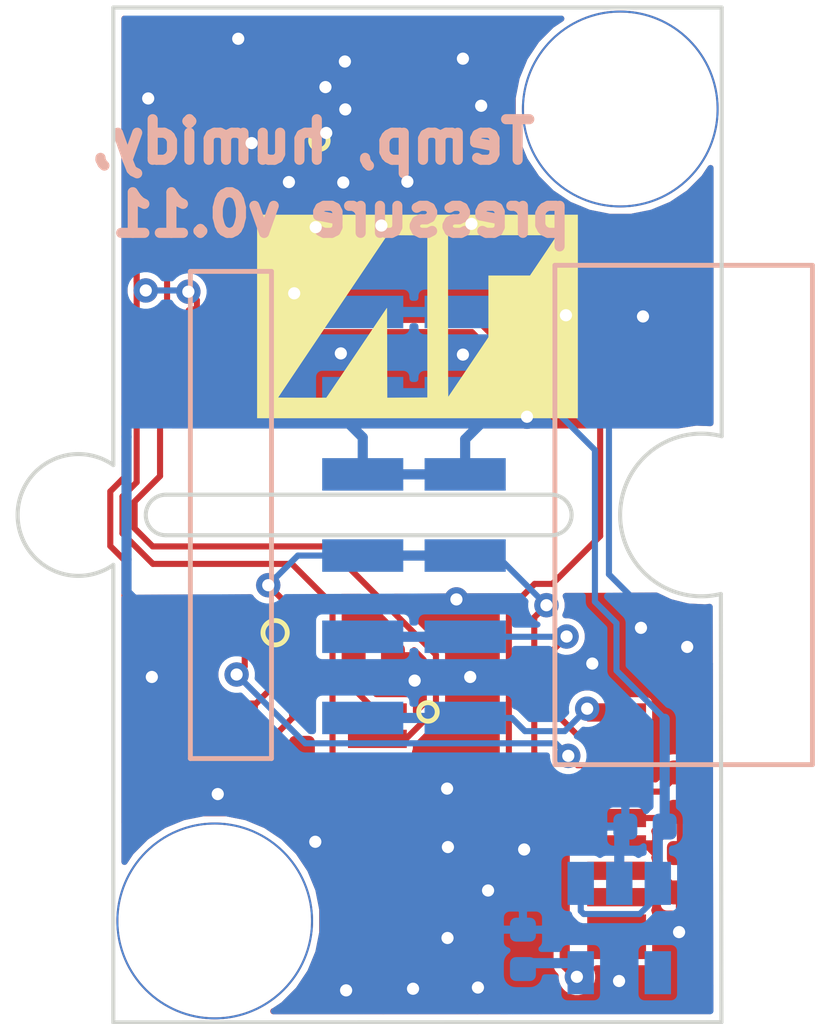
<source format=kicad_pcb>
(kicad_pcb (version 20171130) (host pcbnew 5.1.10-88a1d61d58~90~ubuntu20.04.1)

  (general
    (thickness 1.6)
    (drawings 12)
    (tracks 288)
    (zones 0)
    (modules 22)
    (nets 24)
  )

  (page A4)
  (layers
    (0 F.Cu signal)
    (31 B.Cu signal)
    (32 B.Adhes user hide)
    (33 F.Adhes user hide)
    (34 B.Paste user hide)
    (35 F.Paste user hide)
    (36 B.SilkS user hide)
    (37 F.SilkS user hide)
    (38 B.Mask user hide)
    (39 F.Mask user hide)
    (40 Dwgs.User user)
    (41 Cmts.User user)
    (42 Eco1.User user hide)
    (43 Eco2.User user hide)
    (44 Edge.Cuts user)
    (45 Margin user hide)
    (46 B.CrtYd user)
    (47 F.CrtYd user)
    (48 B.Fab user)
    (49 F.Fab user)
  )

  (setup
    (last_trace_width 0.15)
    (user_trace_width 0.25)
    (user_trace_width 0.4)
    (user_trace_width 1.7)
    (trace_clearance 0.15)
    (zone_clearance 0.15)
    (zone_45_only no)
    (trace_min 0.15)
    (via_size 0.6)
    (via_drill 0.3)
    (via_min_size 0.4)
    (via_min_drill 0.3)
    (user_via 0.8 0.4)
    (uvia_size 0.3)
    (uvia_drill 0.1)
    (uvias_allowed no)
    (uvia_min_size 0.2)
    (uvia_min_drill 0.1)
    (edge_width 0.1)
    (segment_width 0.2)
    (pcb_text_width 0.3)
    (pcb_text_size 1.5 1.5)
    (mod_edge_width 0.15)
    (mod_text_size 1 1)
    (mod_text_width 0.15)
    (pad_size 1.8 1.8)
    (pad_drill 0)
    (pad_to_mask_clearance 0)
    (aux_axis_origin 0 0)
    (visible_elements FFFFFF7F)
    (pcbplotparams
      (layerselection 0x018fc_ffffffff)
      (usegerberextensions true)
      (usegerberattributes false)
      (usegerberadvancedattributes false)
      (creategerberjobfile false)
      (excludeedgelayer true)
      (linewidth 0.100000)
      (plotframeref false)
      (viasonmask false)
      (mode 1)
      (useauxorigin false)
      (hpglpennumber 1)
      (hpglpenspeed 20)
      (hpglpendiameter 15.000000)
      (psnegative false)
      (psa4output false)
      (plotreference true)
      (plotvalue true)
      (plotinvisibletext false)
      (padsonsilk false)
      (subtractmaskfromsilk false)
      (outputformat 1)
      (mirror false)
      (drillshape 0)
      (scaleselection 1)
      (outputdirectory ""))
  )

  (net 0 "")
  (net 1 5V)
  (net 2 GND)
  (net 3 VDD)
  (net 4 /VPOWER)
  (net 5 CAN)
  (net 6 "Net-(R1-Pad1)")
  (net 7 "Net-(U2-Pad12)")
  (net 8 "Net-(U2-Pad8)")
  (net 9 "Net-(U2-Pad7)")
  (net 10 "Net-(U2-Pad6)")
  (net 11 I2C_SCL)
  (net 12 I2C_SDA)
  (net 13 "Net-(U2-Pad13)")
  (net 14 "Net-(U2-Pad11)")
  (net 15 "Net-(U2-Pad10)")
  (net 16 "Net-(U2-Pad9)")
  (net 17 SWCLK)
  (net 18 SWDIO)
  (net 19 "Net-(U2-Pad14)")
  (net 20 "Net-(R5-Pad1)")
  (net 21 "Net-(U1-Pad4)")
  (net 22 "Net-(R6-Pad2)")
  (net 23 "Net-(U2-Pad18)")

  (net_class Default "This is the default net class."
    (clearance 0.15)
    (trace_width 0.15)
    (via_dia 0.6)
    (via_drill 0.3)
    (uvia_dia 0.3)
    (uvia_drill 0.1)
    (add_net /VPOWER)
    (add_net 5V)
    (add_net CAN)
    (add_net GND)
    (add_net I2C_SCL)
    (add_net I2C_SDA)
    (add_net "Net-(R1-Pad1)")
    (add_net "Net-(R5-Pad1)")
    (add_net "Net-(R6-Pad2)")
    (add_net "Net-(U1-Pad4)")
    (add_net "Net-(U2-Pad10)")
    (add_net "Net-(U2-Pad11)")
    (add_net "Net-(U2-Pad12)")
    (add_net "Net-(U2-Pad13)")
    (add_net "Net-(U2-Pad14)")
    (add_net "Net-(U2-Pad18)")
    (add_net "Net-(U2-Pad6)")
    (add_net "Net-(U2-Pad7)")
    (add_net "Net-(U2-Pad8)")
    (add_net "Net-(U2-Pad9)")
    (add_net SWCLK)
    (add_net SWDIO)
    (add_net VDD)
  )

  (net_class Power ""
    (clearance 0.2)
    (trace_width 0.25)
    (via_dia 0.8)
    (via_drill 0.4)
    (uvia_dia 0.3)
    (uvia_drill 0.1)
  )

  (net_class Signals ""
    (clearance 0.15)
    (trace_width 0.15)
    (via_dia 0.6)
    (via_drill 0.3)
    (uvia_dia 0.3)
    (uvia_drill 0.1)
  )

  (net_class VPOWER ""
    (clearance 0.2)
    (trace_width 0.4)
    (via_dia 1)
    (via_drill 0.5)
    (uvia_dia 0.3)
    (uvia_drill 0.1)
  )

  (net_class t ""
    (clearance 0.15)
    (trace_width 1.5)
    (via_dia 0.6)
    (via_drill 0.3)
    (uvia_dia 0.3)
    (uvia_drill 0.1)
  )

  (module AbstractFoundry:M22-5330605R (layer B.Cu) (tedit 5F7B4D47) (tstamp 5EE22065)
    (at 2.2 12.5)
    (path /5DD58294)
    (attr smd)
    (fp_text reference J2 (at 1 -7.35) (layer Eco2.User)
      (effects (font (size 0.3 0.3) (thickness 0.075)))
    )
    (fp_text value MaleConn_1x6 (at 0.76708 -7.9756 180) (layer Eco1.User)
      (effects (font (size 0.3 0.3) (thickness 0.075)))
    )
    (fp_line (start -0.3 -6) (end 1.7 -6) (layer B.SilkS) (width 0.12))
    (fp_line (start 1.7 6) (end 1.7 -6) (layer B.SilkS) (width 0.12))
    (fp_line (start -0.3 6) (end 1.7 6) (layer B.SilkS) (width 0.12))
    (fp_line (start -0.3 6) (end -0.3 -6) (layer B.SilkS) (width 0.12))
    (fp_line (start -0.3 6) (end -0.3 -6) (layer B.Fab) (width 0.12))
    (fp_line (start -0.3 -6) (end 1.7 -6) (layer B.Fab) (width 0.12))
    (fp_line (start 1.7 6) (end 1.7 -6) (layer B.Fab) (width 0.12))
    (fp_line (start -0.3 6) (end 1.7 6) (layer B.Fab) (width 0.12))
    (fp_line (start -4.8 6.3) (end -4.8 -6.3) (layer B.CrtYd) (width 0.12))
    (fp_line (start -4.8 -6.3) (end 5 -6.3) (layer B.CrtYd) (width 0.12))
    (fp_line (start 5 6.3) (end 5 -6.3) (layer B.CrtYd) (width 0.12))
    (fp_line (start -4.8 6.3) (end 5 6.3) (layer B.CrtYd) (width 0.12))
    (pad 1 smd rect (at 3.95 -5) (size 2 0.8) (layers B.Cu B.Paste B.Mask)
      (net 4 /VPOWER))
    (pad 2 smd rect (at 3.95 -3) (size 2 0.8) (layers B.Cu B.Paste B.Mask)
      (net 1 5V))
    (pad 3 smd rect (at 3.95 -1) (size 2 0.8) (layers B.Cu B.Paste B.Mask)
      (net 2 GND))
    (pad 4 smd rect (at 3.95 1) (size 2 0.8) (layers B.Cu B.Paste B.Mask)
      (net 5 CAN))
    (pad 5 smd rect (at 3.95 3) (size 2 0.8) (layers B.Cu B.Paste B.Mask)
      (net 18 SWDIO))
    (pad 6 smd rect (at 3.95 5) (size 2 0.8) (layers B.Cu B.Paste B.Mask)
      (net 17 SWCLK))
    (model /home/sean/AbstractFoundry/main/Alpha/Hardware/Libraries/AbstractFoundry/3DModels/M22-5330605.IGS
      (offset (xyz 7 -0.75 -3.5))
      (scale (xyz 1 1 1))
      (rotate (xyz -90 0 90))
    )
  )

  (module AbstractFoundry:SOT-23-6 (layer F.Cu) (tedit 60B6A4B2) (tstamp 61716696)
    (at 2.29 16.5 180)
    (descr "6-pin SOT-23 package")
    (tags SOT-23-6)
    (path /61719DD0)
    (attr smd)
    (fp_text reference U4 (at 0 -2.9) (layer Eco2.User)
      (effects (font (size 0.3 0.3) (thickness 0.075)))
    )
    (fp_text value 74LVC2G07 (at 0 2.9) (layer Eco1.User)
      (effects (font (size 0.3 0.3) (thickness 0.075)))
    )
    (fp_line (start -1.55 -0.9) (end 1.55 -0.9) (layer F.Fab) (width 0.1))
    (fp_line (start 1.55 -0.9) (end 1.55 0.9) (layer F.Fab) (width 0.1))
    (fp_line (start -0.9 0.9) (end 1.55 0.9) (layer F.Fab) (width 0.1))
    (fp_line (start -1.55 -0.9) (end -1.55 0.25) (layer F.Fab) (width 0.1))
    (fp_line (start -0.9 0.9) (end -1.55 0.25) (layer F.Fab) (width 0.1))
    (fp_line (start -1.8 1.9) (end 1.8 1.9) (layer F.CrtYd) (width 0.05))
    (fp_line (start 1.8 1.9) (end 1.8 -1.9) (layer F.CrtYd) (width 0.05))
    (fp_line (start 1.8 -1.9) (end -1.8 -1.9) (layer F.CrtYd) (width 0.05))
    (fp_line (start -1.8 -1.9) (end -1.8 1.9) (layer F.CrtYd) (width 0.05))
    (fp_circle (center -1.7 1.1) (end -1.4 1.1) (layer F.SilkS) (width 0.12))
    (fp_text user %R (at 0 0 180) (layer F.Fab)
      (effects (font (size 0.5 0.5) (thickness 0.075)))
    )
    (pad 1 smd rect (at -0.95 1.1 270) (size 1.06 0.65) (layers F.Cu F.Paste F.Mask)
      (net 23 "Net-(U2-Pad18)"))
    (pad 2 smd rect (at 0 1.1 270) (size 1.06 0.65) (layers F.Cu F.Paste F.Mask)
      (net 2 GND))
    (pad 3 smd rect (at 0.95 1.1 270) (size 1.06 0.65) (layers F.Cu F.Paste F.Mask))
    (pad 4 smd rect (at 0.95 -1.1 270) (size 1.06 0.65) (layers F.Cu F.Paste F.Mask))
    (pad 6 smd rect (at -0.95 -1.1 270) (size 1.06 0.65) (layers F.Cu F.Paste F.Mask)
      (net 20 "Net-(R5-Pad1)"))
    (pad 5 smd rect (at 0 -1.1 270) (size 1.06 0.65) (layers F.Cu F.Paste F.Mask)
      (net 3 VDD))
    (model ${KISYS3DMOD}/Package_TO_SOT_SMD.3dshapes/SOT-23-6.wrl
      (at (xyz 0 0 0))
      (scale (xyz 1 1 1))
      (rotate (xyz 0 0 -90))
    )
  )

  (module AbstractFoundry:R_0402_1005Metric (layer F.Cu) (tedit 5F7B4DC3) (tstamp 615E259A)
    (at 6.41 15.98 270)
    (descr "Resistor SMD 0402 (1005 Metric), square (rectangular) end terminal, IPC_7351 nominal, (Body size source: http://www.tortai-tech.com/upload/download/2011102023233369053.pdf), generated with kicad-footprint-generator")
    (tags resistor)
    (path /615DF0CD)
    (attr smd)
    (fp_text reference R6 (at 0.0508 0.03556) (layer Eco2.User)
      (effects (font (size 0.3 0.3) (thickness 0.075)))
    )
    (fp_text value 10K (at 0 1.17 90) (layer Eco1.User)
      (effects (font (size 0.3 0.3) (thickness 0.075)))
    )
    (fp_line (start -0.47 0.93) (end -0.47 -0.93) (layer F.CrtYd) (width 0.05))
    (fp_line (start 0.47 0.93) (end -0.47 0.93) (layer F.CrtYd) (width 0.05))
    (fp_line (start 0.47 -0.93) (end 0.47 0.93) (layer F.CrtYd) (width 0.05))
    (fp_line (start -0.47 -0.93) (end 0.47 -0.93) (layer F.CrtYd) (width 0.05))
    (fp_line (start -0.25 0.5) (end -0.25 -0.5) (layer F.Fab) (width 0.1))
    (fp_line (start 0.25 0.5) (end -0.25 0.5) (layer F.Fab) (width 0.1))
    (fp_line (start 0.25 -0.5) (end 0.25 0.5) (layer F.Fab) (width 0.1))
    (fp_line (start -0.25 -0.5) (end 0.25 -0.5) (layer F.Fab) (width 0.1))
    (pad 2 smd roundrect (at 0 0.485 180) (size 0.59 0.64) (layers F.Cu F.Paste F.Mask) (roundrect_rratio 0.25)
      (net 22 "Net-(R6-Pad2)"))
    (pad 1 smd roundrect (at 0 -0.485 180) (size 0.59 0.64) (layers F.Cu F.Paste F.Mask) (roundrect_rratio 0.25)
      (net 2 GND))
    (model ${KISYS3DMOD}/Resistor_SMD.3dshapes/R_0402_1005Metric.wrl
      (at (xyz 0 0 0))
      (scale (xyz 1 1 1))
      (rotate (xyz 0 0 90))
    )
  )

  (module AbstractFoundry:SOT-23-5 (layer B.Cu) (tedit 60B64737) (tstamp 61237F36)
    (at 12.475 22.675)
    (descr "5-pin SOT23 package")
    (tags SOT-23-5)
    (path /6123A5D3)
    (attr smd)
    (fp_text reference U1 (at 0 2.9 -180) (layer Eco2.User)
      (effects (font (size 0.3 0.3) (thickness 0.075)))
    )
    (fp_text value ME6211C33M5G-N (at 0 -2.9 -180) (layer Eco1.User)
      (effects (font (size 0.3 0.3) (thickness 0.075)))
    )
    (fp_line (start -1.8 -1.9) (end -1.8 1.9) (layer B.CrtYd) (width 0.05))
    (fp_line (start -1.8 1.9) (end 1.8 1.9) (layer B.CrtYd) (width 0.05))
    (fp_line (start 1.8 1.9) (end 1.8 -1.9) (layer B.CrtYd) (width 0.05))
    (fp_line (start 1.8 -1.9) (end -1.8 -1.9) (layer B.CrtYd) (width 0.05))
    (fp_line (start -0.9 -0.9) (end -1.55 -0.25) (layer B.Fab) (width 0.1))
    (fp_line (start -1.55 0.9) (end -1.55 -0.25) (layer B.Fab) (width 0.1))
    (fp_line (start -0.9 -0.9) (end 1.55 -0.9) (layer B.Fab) (width 0.1))
    (fp_line (start 1.55 0.9) (end 1.55 -0.9) (layer B.Fab) (width 0.1))
    (fp_line (start -1.55 0.9) (end 1.55 0.9) (layer B.Fab) (width 0.1))
    (fp_text user %R (at 0 0 -90) (layer B.Fab)
      (effects (font (size 0.5 0.5) (thickness 0.075)) (justify mirror))
    )
    (pad 5 smd rect (at -0.95 1.1 270) (size 1.06 0.65) (layers B.Cu B.Paste B.Mask)
      (net 3 VDD))
    (pad 4 smd rect (at 0.95 1.1 270) (size 1.06 0.65) (layers B.Cu B.Paste B.Mask)
      (net 21 "Net-(U1-Pad4)"))
    (pad 3 smd rect (at 0.95 -1.1 270) (size 1.06 0.65) (layers B.Cu B.Paste B.Mask)
      (net 1 5V))
    (pad 2 smd rect (at 0 -1.1 270) (size 1.06 0.65) (layers B.Cu B.Paste B.Mask)
      (net 2 GND))
    (pad 1 smd rect (at -0.95 -1.1 270) (size 1.06 0.65) (layers B.Cu B.Paste B.Mask)
      (net 1 5V))
    (model ${KISYS3DMOD}/Package_TO_SOT_SMD.3dshapes/SOT-23-5.wrl
      (at (xyz 0 0 0))
      (scale (xyz 1 1 1))
      (rotate (xyz 0 0 -90))
    )
  )

  (module AbstractFoundry:C_0402_1005Metric (layer F.Cu) (tedit 5F7B4CCF) (tstamp 61097ED8)
    (at 3.95 19.25 270)
    (descr "Capacitor SMD 0402 (1005 Metric), square (rectangular) end terminal, IPC_7351 nominal, (Body size source: http://www.tortai-tech.com/upload/download/2011102023233369053.pdf), generated with kicad-footprint-generator")
    (tags capacitor)
    (path /6109E818)
    (attr smd)
    (fp_text reference C4 (at 0.0508 0.0127) (layer Eco2.User)
      (effects (font (size 0.3 0.3) (thickness 0.075)))
    )
    (fp_text value 4.7uF (at 0 1.17 90) (layer Eco1.User)
      (effects (font (size 0.3 0.3) (thickness 0.075)))
    )
    (fp_line (start -0.47 0.93) (end -0.47 -0.93) (layer F.CrtYd) (width 0.05))
    (fp_line (start 0.47 0.93) (end -0.47 0.93) (layer F.CrtYd) (width 0.05))
    (fp_line (start 0.47 -0.93) (end 0.47 0.93) (layer F.CrtYd) (width 0.05))
    (fp_line (start -0.47 -0.93) (end 0.47 -0.93) (layer F.CrtYd) (width 0.05))
    (fp_line (start -0.25 0.5) (end -0.25 -0.5) (layer F.Fab) (width 0.1))
    (fp_line (start 0.25 0.5) (end -0.25 0.5) (layer F.Fab) (width 0.1))
    (fp_line (start 0.25 -0.5) (end 0.25 0.5) (layer F.Fab) (width 0.1))
    (fp_line (start -0.25 -0.5) (end 0.25 -0.5) (layer F.Fab) (width 0.1))
    (pad 2 smd roundrect (at 0 0.485 180) (size 0.59 0.64) (layers F.Cu F.Paste F.Mask) (roundrect_rratio 0.25)
      (net 2 GND))
    (pad 1 smd roundrect (at 0 -0.485 180) (size 0.59 0.64) (layers F.Cu F.Paste F.Mask) (roundrect_rratio 0.25)
      (net 3 VDD))
    (model ${KISYS3DMOD}/Capacitor_SMD.3dshapes/C_0402_1005Metric.wrl
      (at (xyz 0 0 0))
      (scale (xyz 1 1 1))
      (rotate (xyz 0 0 90))
    )
  )

  (module AbstractFoundry:C_0402_1005Metric (layer F.Cu) (tedit 5F7B4CCF) (tstamp 5F105295)
    (at 7.62 1.778 180)
    (descr "Capacitor SMD 0402 (1005 Metric), square (rectangular) end terminal, IPC_7351 nominal, (Body size source: http://www.tortai-tech.com/upload/download/2011102023233369053.pdf), generated with kicad-footprint-generator")
    (tags capacitor)
    (path /5E3DA435)
    (attr smd)
    (fp_text reference C5 (at 0 1.6) (layer Eco2.User)
      (effects (font (size 0.3 0.3) (thickness 0.075)))
    )
    (fp_text value 4.7uF (at 0 1.17) (layer Eco1.User)
      (effects (font (size 0.3 0.3) (thickness 0.075)))
    )
    (fp_line (start -0.25 -0.5) (end 0.25 -0.5) (layer F.Fab) (width 0.1))
    (fp_line (start 0.25 -0.5) (end 0.25 0.5) (layer F.Fab) (width 0.1))
    (fp_line (start 0.25 0.5) (end -0.25 0.5) (layer F.Fab) (width 0.1))
    (fp_line (start -0.25 0.5) (end -0.25 -0.5) (layer F.Fab) (width 0.1))
    (fp_line (start -0.47 -0.93) (end 0.47 -0.93) (layer F.CrtYd) (width 0.05))
    (fp_line (start 0.47 -0.93) (end 0.47 0.93) (layer F.CrtYd) (width 0.05))
    (fp_line (start 0.47 0.93) (end -0.47 0.93) (layer F.CrtYd) (width 0.05))
    (fp_line (start -0.47 0.93) (end -0.47 -0.93) (layer F.CrtYd) (width 0.05))
    (pad 2 smd roundrect (at 0 0.485 90) (size 0.59 0.64) (layers F.Cu F.Paste F.Mask) (roundrect_rratio 0.25)
      (net 2 GND))
    (pad 1 smd roundrect (at 0 -0.485 90) (size 0.59 0.64) (layers F.Cu F.Paste F.Mask) (roundrect_rratio 0.25)
      (net 3 VDD))
    (model ${KISYS3DMOD}/Capacitor_SMD.3dshapes/C_0402_1005Metric.wrl
      (at (xyz 0 0 0))
      (scale (xyz 1 1 1))
      (rotate (xyz 0 0 90))
    )
  )

  (module AbstractFoundry:TempHumidyPressure_BME280 (layer F.Cu) (tedit 5F7B4DED) (tstamp 5F1053CC)
    (at 5.5 2.3 90)
    (path /5E02481F)
    (fp_text reference U3 (at 0 -2.3 90) (layer Eco2.User)
      (effects (font (size 0.3 0.3) (thickness 0.075)))
    )
    (fp_text value BME280 (at 0 2.47 90) (layer Eco1.User)
      (effects (font (size 0.3 0.3) (thickness 0.075)))
    )
    (fp_line (start 1.5 1.5) (end -1.5 1.5) (layer F.CrtYd) (width 0.05))
    (fp_line (start -1.5 -1.5) (end -1.5 1.5) (layer F.CrtYd) (width 0.05))
    (fp_line (start 1.5 -1.5) (end -1.5 -1.5) (layer F.CrtYd) (width 0.05))
    (fp_line (start 1.5 -1.5) (end 1.5 1.5) (layer F.CrtYd) (width 0.05))
    (fp_line (start 1.25 -1.25) (end 1.25 1.25) (layer F.Fab) (width 0.1))
    (fp_line (start 1.25 1.25) (end -1.25 1.25) (layer F.Fab) (width 0.1))
    (fp_line (start -1.25 1.25) (end -1.25 -1.25) (layer F.Fab) (width 0.1))
    (fp_line (start -1.25 -1.25) (end 1.25 -1.25) (layer F.Fab) (width 0.1))
    (fp_circle (center -0.9779 -0.4191) (end -0.9652 -0.2032) (layer F.SilkS) (width 0.12))
    (pad 1 smd rect (at -0.975 -1.025 90) (size 0.35 0.5) (layers F.Cu F.Paste F.Mask)
      (net 2 GND))
    (pad 2 smd rect (at -0.325 -1.025 90) (size 0.35 0.5) (layers F.Cu F.Paste F.Mask)
      (net 3 VDD))
    (pad 3 smd rect (at 0.325 -1.025 90) (size 0.35 0.5) (layers F.Cu F.Paste F.Mask)
      (net 12 I2C_SDA))
    (pad 4 smd rect (at 0.975 -1.025 90) (size 0.35 0.5) (layers F.Cu F.Paste F.Mask)
      (net 11 I2C_SCL))
    (pad 5 smd rect (at 0.975 1.024999 90) (size 0.35 0.5) (layers F.Cu F.Paste F.Mask)
      (net 2 GND))
    (pad 6 smd rect (at 0.325 1.024999 90) (size 0.35 0.5) (layers F.Cu F.Paste F.Mask)
      (net 3 VDD))
    (pad 7 smd rect (at -0.325 1.024999 90) (size 0.35 0.5) (layers F.Cu F.Paste F.Mask)
      (net 2 GND))
    (pad 8 smd rect (at -0.975 1.024999 90) (size 0.35 0.5) (layers F.Cu F.Paste F.Mask)
      (net 3 VDD))
  )

  (module AbstractFoundry:MountingHole_2.7mm_M2.5_ISO7380 (layer F.Cu) (tedit 5F7B4D74) (tstamp 5F1EBCB6)
    (at 2.5 22.5)
    (descr "Mounting Hole 2.7mm, no annular, M2.5, ISO7380")
    (tags "mounting hole 2.7mm no annular m2.5 iso7380")
    (path /5F1F3D85)
    (attr virtual)
    (fp_text reference H2 (at 0 -3.25) (layer Eco2.User)
      (effects (font (size 0.3 0.3) (thickness 0.075)))
    )
    (fp_text value M2.5MountingHole (at 0 3.25) (layer Eco1.User)
      (effects (font (size 0.3 0.3) (thickness 0.075)))
    )
    (fp_circle (center 0 0) (end 2.25 0) (layer Cmts.User) (width 0.15))
    (fp_circle (center 0 0) (end 2.4 0) (layer F.Cu) (width 0.05))
    (fp_circle (center 0 0) (end 2.4 0) (layer B.Cu) (width 0.05))
    (fp_circle (center 0 0) (end 2.5 0) (layer F.CrtYd) (width 0.05))
    (fp_text user %R (at 0.3 0) (layer F.Fab)
      (effects (font (size 1 1) (thickness 0.15)))
    )
    (pad 1 np_thru_hole circle (at 0 0) (size 2.7 2.7) (drill 2.7) (layers *.Cu *.Mask))
  )

  (module AbstractFoundry:MountingHole_2.7mm_M2.5_ISO7380 (layer F.Cu) (tedit 5F7B4D74) (tstamp 5F1EBCAC)
    (at 12.5 2.5)
    (descr "Mounting Hole 2.7mm, no annular, M2.5, ISO7380")
    (tags "mounting hole 2.7mm no annular m2.5 iso7380")
    (path /5F1EED8D)
    (attr virtual)
    (fp_text reference H1 (at 0 -3.25) (layer Eco2.User)
      (effects (font (size 0.3 0.3) (thickness 0.075)))
    )
    (fp_text value M2.5MountingHole (at 0 3.25) (layer Eco1.User)
      (effects (font (size 0.3 0.3) (thickness 0.075)))
    )
    (fp_circle (center 0 0) (end 2.25 0) (layer Cmts.User) (width 0.15))
    (fp_circle (center 0 0) (end 2.4 0) (layer F.Cu) (width 0.05))
    (fp_circle (center 0 0) (end 2.4 0) (layer B.Cu) (width 0.05))
    (fp_circle (center 0 0) (end 2.5 0) (layer F.CrtYd) (width 0.05))
    (fp_text user %R (at 0.3 0) (layer F.Fab)
      (effects (font (size 1 1) (thickness 0.15)))
    )
    (pad 1 np_thru_hole circle (at 0 0) (size 2.7 2.7) (drill 2.7) (layers *.Cu *.Mask))
  )

  (module AbstractFoundry:R_0402_1005Metric (layer F.Cu) (tedit 5F7B4DC3) (tstamp 5F105323)
    (at 2.535 8.71 90)
    (descr "Resistor SMD 0402 (1005 Metric), square (rectangular) end terminal, IPC_7351 nominal, (Body size source: http://www.tortai-tech.com/upload/download/2011102023233369053.pdf), generated with kicad-footprint-generator")
    (tags resistor)
    (path /5E02F4D0)
    (attr smd)
    (fp_text reference R3 (at 0 1.7 90) (layer Eco2.User)
      (effects (font (size 0.3 0.3) (thickness 0.075)))
    )
    (fp_text value 10K (at 0 1.17 90) (layer Eco1.User)
      (effects (font (size 0.3 0.3) (thickness 0.075)))
    )
    (fp_line (start -0.47 0.93) (end -0.47 -0.93) (layer F.CrtYd) (width 0.05))
    (fp_line (start 0.47 0.93) (end -0.47 0.93) (layer F.CrtYd) (width 0.05))
    (fp_line (start 0.47 -0.93) (end 0.47 0.93) (layer F.CrtYd) (width 0.05))
    (fp_line (start -0.47 -0.93) (end 0.47 -0.93) (layer F.CrtYd) (width 0.05))
    (fp_line (start -0.25 0.5) (end -0.25 -0.5) (layer F.Fab) (width 0.1))
    (fp_line (start 0.25 0.5) (end -0.25 0.5) (layer F.Fab) (width 0.1))
    (fp_line (start 0.25 -0.5) (end 0.25 0.5) (layer F.Fab) (width 0.1))
    (fp_line (start -0.25 -0.5) (end 0.25 -0.5) (layer F.Fab) (width 0.1))
    (pad 1 smd roundrect (at 0 -0.485) (size 0.59 0.64) (layers F.Cu F.Paste F.Mask) (roundrect_rratio 0.25)
      (net 12 I2C_SDA))
    (pad 2 smd roundrect (at 0 0.485) (size 0.59 0.64) (layers F.Cu F.Paste F.Mask) (roundrect_rratio 0.25)
      (net 3 VDD))
    (model ${KISYS3DMOD}/Resistor_SMD.3dshapes/R_0402_1005Metric.wrl
      (at (xyz 0 0 0))
      (scale (xyz 1 1 1))
      (rotate (xyz 0 0 90))
    )
  )

  (module AbstractFoundry:R_0402_1005Metric (layer F.Cu) (tedit 5F7B4DC3) (tstamp 5F105315)
    (at 2.545 7.68 90)
    (descr "Resistor SMD 0402 (1005 Metric), square (rectangular) end terminal, IPC_7351 nominal, (Body size source: http://www.tortai-tech.com/upload/download/2011102023233369053.pdf), generated with kicad-footprint-generator")
    (tags resistor)
    (path /5E02F132)
    (attr smd)
    (fp_text reference R2 (at 0 1.7 90) (layer Eco2.User)
      (effects (font (size 0.3 0.3) (thickness 0.075)))
    )
    (fp_text value 10K (at 0 1.17 90) (layer Eco1.User)
      (effects (font (size 0.3 0.3) (thickness 0.075)))
    )
    (fp_line (start -0.47 0.93) (end -0.47 -0.93) (layer F.CrtYd) (width 0.05))
    (fp_line (start 0.47 0.93) (end -0.47 0.93) (layer F.CrtYd) (width 0.05))
    (fp_line (start 0.47 -0.93) (end 0.47 0.93) (layer F.CrtYd) (width 0.05))
    (fp_line (start -0.47 -0.93) (end 0.47 -0.93) (layer F.CrtYd) (width 0.05))
    (fp_line (start -0.25 0.5) (end -0.25 -0.5) (layer F.Fab) (width 0.1))
    (fp_line (start 0.25 0.5) (end -0.25 0.5) (layer F.Fab) (width 0.1))
    (fp_line (start 0.25 -0.5) (end 0.25 0.5) (layer F.Fab) (width 0.1))
    (fp_line (start -0.25 -0.5) (end 0.25 -0.5) (layer F.Fab) (width 0.1))
    (pad 1 smd roundrect (at 0 -0.485) (size 0.59 0.64) (layers F.Cu F.Paste F.Mask) (roundrect_rratio 0.25)
      (net 11 I2C_SCL))
    (pad 2 smd roundrect (at 0 0.485) (size 0.59 0.64) (layers F.Cu F.Paste F.Mask) (roundrect_rratio 0.25)
      (net 3 VDD))
    (model ${KISYS3DMOD}/Resistor_SMD.3dshapes/R_0402_1005Metric.wrl
      (at (xyz 0 0 0))
      (scale (xyz 1 1 1))
      (rotate (xyz 0 0 90))
    )
  )

  (module AbstractFoundry:R_0402_1005Metric (layer F.Cu) (tedit 5F7B4DC3) (tstamp 60A15A0F)
    (at 4.65 17.75 180)
    (descr "Resistor SMD 0402 (1005 Metric), square (rectangular) end terminal, IPC_7351 nominal, (Body size source: http://www.tortai-tech.com/upload/download/2011102023233369053.pdf), generated with kicad-footprint-generator")
    (tags resistor)
    (path /5DF4F29C)
    (attr smd)
    (fp_text reference R1 (at 0 1.7) (layer Eco2.User)
      (effects (font (size 0.3 0.3) (thickness 0.075)))
    )
    (fp_text value 10K (at 0 1.17) (layer Eco1.User)
      (effects (font (size 0.3 0.3) (thickness 0.075)))
    )
    (fp_line (start -0.25 -0.5) (end 0.25 -0.5) (layer F.Fab) (width 0.1))
    (fp_line (start 0.25 -0.5) (end 0.25 0.5) (layer F.Fab) (width 0.1))
    (fp_line (start 0.25 0.5) (end -0.25 0.5) (layer F.Fab) (width 0.1))
    (fp_line (start -0.25 0.5) (end -0.25 -0.5) (layer F.Fab) (width 0.1))
    (fp_line (start -0.47 -0.93) (end 0.47 -0.93) (layer F.CrtYd) (width 0.05))
    (fp_line (start 0.47 -0.93) (end 0.47 0.93) (layer F.CrtYd) (width 0.05))
    (fp_line (start 0.47 0.93) (end -0.47 0.93) (layer F.CrtYd) (width 0.05))
    (fp_line (start -0.47 0.93) (end -0.47 -0.93) (layer F.CrtYd) (width 0.05))
    (pad 2 smd roundrect (at 0 0.485 90) (size 0.59 0.64) (layers F.Cu F.Paste F.Mask) (roundrect_rratio 0.25)
      (net 3 VDD))
    (pad 1 smd roundrect (at 0 -0.485 90) (size 0.59 0.64) (layers F.Cu F.Paste F.Mask) (roundrect_rratio 0.25)
      (net 6 "Net-(R1-Pad1)"))
    (model ${KISYS3DMOD}/Resistor_SMD.3dshapes/R_0402_1005Metric.wrl
      (at (xyz 0 0 0))
      (scale (xyz 1 1 1))
      (rotate (xyz 0 0 90))
    )
  )

  (module AbstractFoundry:BoardText (layer F.Cu) (tedit 5E26E228) (tstamp 5F1052B5)
    (at 5.63 5.96)
    (path /5E2F57E4)
    (fp_text reference IGNORE3 (at 0.17272 0.59436) (layer Eco2.User) hide
      (effects (font (size 0.3 0.3) (thickness 0.075)))
    )
    (fp_text value "pressure v0.11" (at -0.00762 -0.85852) (layer B.SilkS)
      (effects (font (size 1 1) (thickness 0.25)) (justify mirror))
    )
    (fp_line (start -2.2225 0.00508) (end 2.0066 0.00508) (layer F.Fab) (width 0.12))
  )

  (module AbstractFoundry:BoardText (layer F.Cu) (tedit 5E26E228) (tstamp 5F1052B0)
    (at 4.93 4.16)
    (path /5E2F487D)
    (fp_text reference IGNORE2 (at 0.17272 0.59436) (layer Eco2.User) hide
      (effects (font (size 0.3 0.3) (thickness 0.075)))
    )
    (fp_text value "Temp, humidy," (at -0.00762 -0.85852) (layer B.SilkS)
      (effects (font (size 1 1) (thickness 0.25)) (justify mirror))
    )
    (fp_line (start -2.2225 0.00508) (end 2.0066 0.00508) (layer F.Fab) (width 0.12))
  )

  (module AbstractFoundry:M22-6540642R (layer B.Cu) (tedit 5F7B4D50) (tstamp 5EE22144)
    (at 13.8 12.5 180)
    (path /5DD58295)
    (attr smd)
    (fp_text reference J1 (at 0.4699 -6.99262 180) (layer Eco2.User)
      (effects (font (size 0.3 0.3) (thickness 0.075)))
    )
    (fp_text value FemaleConn_1x6 (at 0.25146 -7.75462 180) (layer Eco1.User)
      (effects (font (size 0.3 0.3) (thickness 0.075)))
    )
    (fp_line (start -3.4377 -6.15) (end 2.9123 -6.15) (layer B.SilkS) (width 0.12))
    (fp_line (start -3.4377 6.15) (end -3.4377 -6.15) (layer B.SilkS) (width 0.12))
    (fp_line (start -3.4377 6.15) (end 2.9123 6.15) (layer B.SilkS) (width 0.12))
    (fp_line (start 2.9123 -6.15) (end 2.9123 6.15) (layer B.SilkS) (width 0.12))
    (fp_line (start -3.425 -6.15) (end 2.925 -6.15) (layer B.Fab) (width 0.12))
    (fp_line (start 2.925 -6.15) (end 2.925 6.15) (layer B.Fab) (width 0.12))
    (fp_line (start -3.425 6.15) (end 2.925 6.15) (layer B.Fab) (width 0.12))
    (fp_line (start -3.425 6.15) (end -3.425 -6.15) (layer B.Fab) (width 0.12))
    (fp_line (start -3.556 6.3) (end 6.35 6.3) (layer B.CrtYd) (width 0.12))
    (fp_line (start 6.35 6.3) (end 6.35 -6.3) (layer B.CrtYd) (width 0.12))
    (fp_line (start 6.35 -6.3) (end -3.5814 -6.3) (layer B.CrtYd) (width 0.12))
    (fp_line (start -3.5814 -6.3) (end -3.5814 6.3) (layer B.CrtYd) (width 0.12))
    (pad 6 smd rect (at 5.125 -5 180) (size 2 0.8) (layers B.Cu B.Paste B.Mask)
      (net 17 SWCLK))
    (pad 5 smd rect (at 5.125 -3 180) (size 2 0.8) (layers B.Cu B.Paste B.Mask)
      (net 18 SWDIO))
    (pad 4 smd rect (at 5.125 -1 180) (size 2 0.8) (layers B.Cu B.Paste B.Mask)
      (net 5 CAN))
    (pad 3 smd rect (at 5.125 1 180) (size 2 0.8) (layers B.Cu B.Paste B.Mask)
      (net 2 GND))
    (pad 2 smd rect (at 5.125 3 180) (size 2 0.8) (layers B.Cu B.Paste B.Mask)
      (net 1 5V))
    (pad 1 smd rect (at 5.125 5 180) (size 2 0.8) (layers B.Cu B.Paste B.Mask)
      (net 4 /VPOWER))
    (model /home/sean/AbstractFoundry/main/Alpha/Hardware/Libraries/AbstractFoundry/3DModels/m22-6540642_asm.stp
      (at (xyz 0 0 0))
      (scale (xyz 1 1 1))
      (rotate (xyz 0 90 -90))
    )
  )

  (module AbstractFoundry:CompanyIcon (layer F.Cu) (tedit 5E41829F) (tstamp 5EE221DC)
    (at 7.5 7.61)
    (path /5D9C91E9)
    (fp_text reference IGNORE1 (at 0 3.81) (layer Eco2.User) hide
      (effects (font (size 0.3 0.3) (thickness 0.075)))
    )
    (fp_text value CompanyIcon (at 0 -3.81) (layer Eco1.User) hide
      (effects (font (size 0.3 0.3) (thickness 0.075)))
    )
    (fp_poly (pts (xy 3.9497 2.5019) (xy -3.9497 2.5019) (xy -3.9497 1.9996) (xy -3.4417 1.9996)
      (xy -3.4417 1.999605) (xy -3.429414 2.001016) (xy -3.394208 2.002332) (xy -3.338562 2.003523)
      (xy -3.264957 2.004561) (xy -3.175874 2.005417) (xy -3.073792 2.006062) (xy -2.961192 2.006465)
      (xy -2.84488 2.0066) (xy -2.24806 2.0066) (xy -2.213055 1.957654) (xy -2.201143 1.940389)
      (xy -2.176061 1.903548) (xy -2.138821 1.848628) (xy -2.090433 1.777127) (xy -2.031909 1.690542)
      (xy -1.964259 1.59037) (xy -1.888495 1.478109) (xy -1.805627 1.355256) (xy -1.716667 1.223308)
      (xy -1.622625 1.083763) (xy -1.524513 0.938117) (xy -1.46685 0.852492) (xy -0.75565 -0.203725)
      (xy -0.752406 0.901585) (xy -0.749161 2.006894) (xy -0.250756 2.003572) (xy 0.24765 2.00025)
      (xy 0.24765 -2.00025) (xy -0.249366 -2.003572) (xy -0.702532 -2.0066) (xy 0.7493 -2.0066)
      (xy 0.7493 -0.004234) (xy 0.749331 0.21908) (xy 0.749425 0.435337) (xy 0.749577 0.643187)
      (xy 0.749784 0.84128) (xy 0.750042 1.028268) (xy 0.750347 1.202801) (xy 0.750697 1.36353)
      (xy 0.751088 1.509105) (xy 0.751516 1.638177) (xy 0.751978 1.749397) (xy 0.752471 1.841415)
      (xy 0.75299 1.912883) (xy 0.753533 1.96245) (xy 0.754096 1.988767) (xy 0.754438 1.992841)
      (xy 0.762214 1.981692) (xy 0.783029 1.951178) (xy 0.81573 1.903003) (xy 0.859167 1.838868)
      (xy 0.912188 1.760476) (xy 0.973643 1.669531) (xy 1.042381 1.567733) (xy 1.117249 1.456787)
      (xy 1.197097 1.338395) (xy 1.256047 1.25095) (xy 1.752516 0.51435) (xy 1.7526 -1.0033)
      (xy 2.264215 -1.003301) (xy 2.77583 -1.003301) (xy 3.108765 -1.498152) (xy 3.176019 -1.598254)
      (xy 3.238727 -1.691861) (xy 3.295498 -1.776877) (xy 3.344944 -1.851211) (xy 3.385675 -1.912768)
      (xy 3.416302 -1.959455) (xy 3.435435 -1.989178) (xy 3.4417 -1.999802) (xy 3.429275 -2.000724)
      (xy 3.393101 -2.001609) (xy 3.334831 -2.002449) (xy 3.256115 -2.003236) (xy 3.158605 -2.00396)
      (xy 3.043952 -2.004615) (xy 2.913809 -2.005191) (xy 2.769825 -2.00568) (xy 2.613653 -2.006074)
      (xy 2.446944 -2.006364) (xy 2.27135 -2.006542) (xy 2.0955 -2.0066) (xy 0.7493 -2.0066)
      (xy -0.702532 -2.0066) (xy -0.746382 -2.006893) (xy -2.094041 -0.007141) (xy -2.231271 0.196526)
      (xy -2.364655 0.394557) (xy -2.493502 0.585922) (xy -2.617123 0.769595) (xy -2.734827 0.944549)
      (xy -2.845925 1.109754) (xy -2.949725 1.264184) (xy -3.045539 1.406811) (xy -3.132675 1.536607)
      (xy -3.210445 1.652545) (xy -3.278156 1.753597) (xy -3.335121 1.838735) (xy -3.380647 1.906932)
      (xy -3.414046 1.957161) (xy -3.434627 1.988392) (xy -3.4417 1.9996) (xy -3.9497 1.9996)
      (xy -3.9497 -2.5019) (xy 3.9497 -2.5019) (xy 3.9497 2.5019)) (layer F.SilkS) (width 0.01))
  )

  (module AbstractFoundry:R_0402_1005Metric (layer F.Cu) (tedit 5F7B4DC3) (tstamp 5EE2219C)
    (at 13.97 19.327)
    (descr "Resistor SMD 0402 (1005 Metric), square (rectangular) end terminal, IPC_7351 nominal, (Body size source: http://www.tortai-tech.com/upload/download/2011102023233369053.pdf), generated with kicad-footprint-generator")
    (tags resistor)
    (path /5DF48DC7)
    (attr smd)
    (fp_text reference R4 (at 0 1.7) (layer Eco2.User)
      (effects (font (size 0.3 0.3) (thickness 0.075)))
    )
    (fp_text value 10K (at 0 1.17) (layer Eco1.User)
      (effects (font (size 0.3 0.3) (thickness 0.075)))
    )
    (fp_line (start -0.25 -0.5) (end 0.25 -0.5) (layer F.Fab) (width 0.1))
    (fp_line (start 0.25 -0.5) (end 0.25 0.5) (layer F.Fab) (width 0.1))
    (fp_line (start 0.25 0.5) (end -0.25 0.5) (layer F.Fab) (width 0.1))
    (fp_line (start -0.25 0.5) (end -0.25 -0.5) (layer F.Fab) (width 0.1))
    (fp_line (start -0.47 -0.93) (end 0.47 -0.93) (layer F.CrtYd) (width 0.05))
    (fp_line (start 0.47 -0.93) (end 0.47 0.93) (layer F.CrtYd) (width 0.05))
    (fp_line (start 0.47 0.93) (end -0.47 0.93) (layer F.CrtYd) (width 0.05))
    (fp_line (start -0.47 0.93) (end -0.47 -0.93) (layer F.CrtYd) (width 0.05))
    (pad 2 smd roundrect (at 0 0.485 270) (size 0.59 0.64) (layers F.Cu F.Paste F.Mask) (roundrect_rratio 0.25)
      (net 3 VDD))
    (pad 1 smd roundrect (at 0 -0.485 270) (size 0.59 0.64) (layers F.Cu F.Paste F.Mask) (roundrect_rratio 0.25)
      (net 5 CAN))
    (model ${KISYS3DMOD}/Resistor_SMD.3dshapes/R_0402_1005Metric.wrl
      (at (xyz 0 0 0))
      (scale (xyz 1 1 1))
      (rotate (xyz 0 0 90))
    )
  )

  (module AbstractFoundry:STM32F042F6P6 (layer F.Cu) (tedit 5F7B4DE5) (tstamp 5EE22004)
    (at 9.46 20.29)
    (descr "20-Lead Plastic Thin Shrink Small Outline (ST)-4.4 mm Body [TSSOP] (see Microchip Packaging Specification 00000049BS.pdf)")
    (tags "SSOP 0.65")
    (path /5DF33567)
    (attr smd)
    (fp_text reference U2 (at 0 -4.3) (layer Eco2.User)
      (effects (font (size 0.3 0.3) (thickness 0.075)))
    )
    (fp_text value STM32F042F6P6 (at 0 4.3) (layer Eco1.User)
      (effects (font (size 0.3 0.3) (thickness 0.075)))
    )
    (fp_line (start -1.2 -3.25) (end 2.2 -3.25) (layer F.Fab) (width 0.15))
    (fp_line (start 2.2 -3.25) (end 2.2 3.25) (layer F.Fab) (width 0.15))
    (fp_line (start 2.2 3.25) (end -2.2 3.25) (layer F.Fab) (width 0.15))
    (fp_line (start -2.2 3.25) (end -2.2 -2.25) (layer F.Fab) (width 0.15))
    (fp_line (start -2.2 -2.25) (end -1.2 -3.25) (layer F.Fab) (width 0.15))
    (fp_line (start -3.95 -3.55) (end -3.95 3.55) (layer F.CrtYd) (width 0.05))
    (fp_line (start 3.95 -3.55) (end 3.95 3.55) (layer F.CrtYd) (width 0.05))
    (fp_line (start -3.95 -3.55) (end 3.95 -3.55) (layer F.CrtYd) (width 0.05))
    (fp_line (start -3.95 3.55) (end 3.95 3.55) (layer F.CrtYd) (width 0.05))
    (fp_circle (center -1.7018 -2.93878) (end -1.66624 -2.71272) (layer F.SilkS) (width 0.12))
    (pad 20 smd rect (at 2.95 -2.925) (size 1.45 0.45) (layers F.Cu F.Paste F.Mask)
      (net 17 SWCLK))
    (pad 19 smd rect (at 2.95 -2.275) (size 1.45 0.45) (layers F.Cu F.Paste F.Mask)
      (net 18 SWDIO))
    (pad 18 smd rect (at 2.95 -1.625) (size 1.45 0.45) (layers F.Cu F.Paste F.Mask)
      (net 23 "Net-(U2-Pad18)"))
    (pad 17 smd rect (at 2.95 -0.975) (size 1.45 0.45) (layers F.Cu F.Paste F.Mask)
      (net 5 CAN))
    (pad 16 smd rect (at 2.95 -0.325) (size 1.45 0.45) (layers F.Cu F.Paste F.Mask)
      (net 3 VDD))
    (pad 15 smd rect (at 2.95 0.325) (size 1.45 0.45) (layers F.Cu F.Paste F.Mask)
      (net 2 GND))
    (pad 14 smd rect (at 2.95 0.975) (size 1.45 0.45) (layers F.Cu F.Paste F.Mask)
      (net 19 "Net-(U2-Pad14)"))
    (pad 13 smd rect (at 2.95 1.625) (size 1.45 0.45) (layers F.Cu F.Paste F.Mask)
      (net 13 "Net-(U2-Pad13)"))
    (pad 12 smd rect (at 2.95 2.275) (size 1.45 0.45) (layers F.Cu F.Paste F.Mask)
      (net 7 "Net-(U2-Pad12)"))
    (pad 11 smd rect (at 2.95 2.925) (size 1.45 0.45) (layers F.Cu F.Paste F.Mask)
      (net 14 "Net-(U2-Pad11)"))
    (pad 10 smd rect (at -2.95 2.925) (size 1.45 0.45) (layers F.Cu F.Paste F.Mask)
      (net 15 "Net-(U2-Pad10)"))
    (pad 9 smd rect (at -2.95 2.275) (size 1.45 0.45) (layers F.Cu F.Paste F.Mask)
      (net 16 "Net-(U2-Pad9)"))
    (pad 8 smd rect (at -2.95 1.625) (size 1.45 0.45) (layers F.Cu F.Paste F.Mask)
      (net 8 "Net-(U2-Pad8)"))
    (pad 7 smd rect (at -2.95 0.975) (size 1.45 0.45) (layers F.Cu F.Paste F.Mask)
      (net 9 "Net-(U2-Pad7)"))
    (pad 6 smd rect (at -2.95 0.325) (size 1.45 0.45) (layers F.Cu F.Paste F.Mask)
      (net 10 "Net-(U2-Pad6)"))
    (pad 5 smd rect (at -2.95 -0.325) (size 1.45 0.45) (layers F.Cu F.Paste F.Mask)
      (net 3 VDD))
    (pad 4 smd rect (at -2.95 -0.975) (size 1.45 0.45) (layers F.Cu F.Paste F.Mask)
      (net 6 "Net-(R1-Pad1)"))
    (pad 3 smd rect (at -2.95 -1.625) (size 1.45 0.45) (layers F.Cu F.Paste F.Mask)
      (net 11 I2C_SCL))
    (pad 2 smd rect (at -2.95 -2.275) (size 1.45 0.45) (layers F.Cu F.Paste F.Mask)
      (net 12 I2C_SDA))
    (pad 1 smd rect (at -2.95 -2.925) (size 1.45 0.45) (layers F.Cu F.Paste F.Mask)
      (net 22 "Net-(R6-Pad2)"))
    (model ${KISYS3DMOD}/Package_SO.3dshapes/TSSOP-20_4.4x6.5mm_P0.65mm.wrl
      (at (xyz 0 0 0))
      (scale (xyz 1 1 1))
      (rotate (xyz 0 0 0))
    )
  )

  (module AbstractFoundry:C_0402_1005Metric (layer F.Cu) (tedit 5F7B4CCF) (tstamp 5EE221AF)
    (at 13.97 21.313)
    (descr "Capacitor SMD 0402 (1005 Metric), square (rectangular) end terminal, IPC_7351 nominal, (Body size source: http://www.tortai-tech.com/upload/download/2011102023233369053.pdf), generated with kicad-footprint-generator")
    (tags capacitor)
    (path /5DF5DD1D)
    (attr smd)
    (fp_text reference C3 (at 0 1.6) (layer Eco2.User)
      (effects (font (size 0.3 0.3) (thickness 0.075)))
    )
    (fp_text value 4.7uF (at 0 1.17) (layer Eco1.User)
      (effects (font (size 0.3 0.3) (thickness 0.075)))
    )
    (fp_line (start -0.25 -0.5) (end 0.25 -0.5) (layer F.Fab) (width 0.1))
    (fp_line (start 0.25 -0.5) (end 0.25 0.5) (layer F.Fab) (width 0.1))
    (fp_line (start 0.25 0.5) (end -0.25 0.5) (layer F.Fab) (width 0.1))
    (fp_line (start -0.25 0.5) (end -0.25 -0.5) (layer F.Fab) (width 0.1))
    (fp_line (start -0.47 -0.93) (end 0.47 -0.93) (layer F.CrtYd) (width 0.05))
    (fp_line (start 0.47 -0.93) (end 0.47 0.93) (layer F.CrtYd) (width 0.05))
    (fp_line (start 0.47 0.93) (end -0.47 0.93) (layer F.CrtYd) (width 0.05))
    (fp_line (start -0.47 0.93) (end -0.47 -0.93) (layer F.CrtYd) (width 0.05))
    (pad 2 smd roundrect (at 0 0.485 270) (size 0.59 0.64) (layers F.Cu F.Paste F.Mask) (roundrect_rratio 0.25)
      (net 2 GND))
    (pad 1 smd roundrect (at 0 -0.485 270) (size 0.59 0.64) (layers F.Cu F.Paste F.Mask) (roundrect_rratio 0.25)
      (net 3 VDD))
    (model ${KISYS3DMOD}/Capacitor_SMD.3dshapes/C_0402_1005Metric.wrl
      (at (xyz 0 0 0))
      (scale (xyz 1 1 1))
      (rotate (xyz 0 0 90))
    )
  )

  (module AbstractFoundry:C_0402_1005Metric (layer B.Cu) (tedit 5F7B4CCF) (tstamp 609FF883)
    (at 13.11 20.175 90)
    (descr "Capacitor SMD 0402 (1005 Metric), square (rectangular) end terminal, IPC_7351 nominal, (Body size source: http://www.tortai-tech.com/upload/download/2011102023233369053.pdf), generated with kicad-footprint-generator")
    (tags capacitor)
    (path /5E151098)
    (attr smd)
    (fp_text reference C1 (at 0 -1.6 270) (layer Eco2.User)
      (effects (font (size 0.3 0.3) (thickness 0.075)))
    )
    (fp_text value 4.7uF (at 0 -1.17 270) (layer Eco1.User)
      (effects (font (size 0.3 0.3) (thickness 0.075)))
    )
    (fp_line (start -0.25 0.5) (end 0.25 0.5) (layer B.Fab) (width 0.1))
    (fp_line (start 0.25 0.5) (end 0.25 -0.5) (layer B.Fab) (width 0.1))
    (fp_line (start 0.25 -0.5) (end -0.25 -0.5) (layer B.Fab) (width 0.1))
    (fp_line (start -0.25 -0.5) (end -0.25 0.5) (layer B.Fab) (width 0.1))
    (fp_line (start -0.47 0.93) (end 0.47 0.93) (layer B.CrtYd) (width 0.05))
    (fp_line (start 0.47 0.93) (end 0.47 -0.93) (layer B.CrtYd) (width 0.05))
    (fp_line (start 0.47 -0.93) (end -0.47 -0.93) (layer B.CrtYd) (width 0.05))
    (fp_line (start -0.47 -0.93) (end -0.47 0.93) (layer B.CrtYd) (width 0.05))
    (pad 2 smd roundrect (at 0 -0.485 180) (size 0.59 0.64) (layers B.Cu B.Paste B.Mask) (roundrect_rratio 0.25)
      (net 2 GND))
    (pad 1 smd roundrect (at 0 0.485 180) (size 0.59 0.64) (layers B.Cu B.Paste B.Mask) (roundrect_rratio 0.25)
      (net 1 5V))
    (model ${KISYS3DMOD}/Capacitor_SMD.3dshapes/C_0402_1005Metric.wrl
      (at (xyz 0 0 0))
      (scale (xyz 1 1 1))
      (rotate (xyz 0 0 90))
    )
  )

  (module AbstractFoundry:R_0402_1005Metric (layer F.Cu) (tedit 5F7B4DC3) (tstamp 5EE2216A)
    (at 4.63 15.55 180)
    (descr "Resistor SMD 0402 (1005 Metric), square (rectangular) end terminal, IPC_7351 nominal, (Body size source: http://www.tortai-tech.com/upload/download/2011102023233369053.pdf), generated with kicad-footprint-generator")
    (tags resistor)
    (path /5DF346AE)
    (attr smd)
    (fp_text reference R5 (at 0 1.7) (layer Eco2.User)
      (effects (font (size 0.3 0.3) (thickness 0.075)))
    )
    (fp_text value 10R (at 0 1.17) (layer Eco1.User)
      (effects (font (size 0.3 0.3) (thickness 0.075)))
    )
    (fp_line (start -0.25 -0.5) (end 0.25 -0.5) (layer F.Fab) (width 0.1))
    (fp_line (start 0.25 -0.5) (end 0.25 0.5) (layer F.Fab) (width 0.1))
    (fp_line (start 0.25 0.5) (end -0.25 0.5) (layer F.Fab) (width 0.1))
    (fp_line (start -0.25 0.5) (end -0.25 -0.5) (layer F.Fab) (width 0.1))
    (fp_line (start -0.47 -0.93) (end 0.47 -0.93) (layer F.CrtYd) (width 0.05))
    (fp_line (start 0.47 -0.93) (end 0.47 0.93) (layer F.CrtYd) (width 0.05))
    (fp_line (start 0.47 0.93) (end -0.47 0.93) (layer F.CrtYd) (width 0.05))
    (fp_line (start -0.47 0.93) (end -0.47 -0.93) (layer F.CrtYd) (width 0.05))
    (pad 2 smd roundrect (at 0 0.485 90) (size 0.59 0.64) (layers F.Cu F.Paste F.Mask) (roundrect_rratio 0.25)
      (net 5 CAN))
    (pad 1 smd roundrect (at 0 -0.485 90) (size 0.59 0.64) (layers F.Cu F.Paste F.Mask) (roundrect_rratio 0.25)
      (net 20 "Net-(R5-Pad1)"))
    (model ${KISYS3DMOD}/Resistor_SMD.3dshapes/R_0402_1005Metric.wrl
      (at (xyz 0 0 0))
      (scale (xyz 1 1 1))
      (rotate (xyz 0 0 90))
    )
  )

  (module AbstractFoundry:C_0402_1005Metric (layer B.Cu) (tedit 5F7B4CCF) (tstamp 5EE22117)
    (at 10.1 23.2)
    (descr "Capacitor SMD 0402 (1005 Metric), square (rectangular) end terminal, IPC_7351 nominal, (Body size source: http://www.tortai-tech.com/upload/download/2011102023233369053.pdf), generated with kicad-footprint-generator")
    (tags capacitor)
    (path /5E002925)
    (attr smd)
    (fp_text reference C2 (at 0 -1.6 180) (layer Eco2.User)
      (effects (font (size 0.3 0.3) (thickness 0.075)))
    )
    (fp_text value 4.7uF (at 0 -1.17 180) (layer Eco1.User)
      (effects (font (size 0.3 0.3) (thickness 0.075)))
    )
    (fp_line (start -0.25 0.5) (end 0.25 0.5) (layer B.Fab) (width 0.1))
    (fp_line (start 0.25 0.5) (end 0.25 -0.5) (layer B.Fab) (width 0.1))
    (fp_line (start 0.25 -0.5) (end -0.25 -0.5) (layer B.Fab) (width 0.1))
    (fp_line (start -0.25 -0.5) (end -0.25 0.5) (layer B.Fab) (width 0.1))
    (fp_line (start -0.47 0.93) (end 0.47 0.93) (layer B.CrtYd) (width 0.05))
    (fp_line (start 0.47 0.93) (end 0.47 -0.93) (layer B.CrtYd) (width 0.05))
    (fp_line (start 0.47 -0.93) (end -0.47 -0.93) (layer B.CrtYd) (width 0.05))
    (fp_line (start -0.47 -0.93) (end -0.47 0.93) (layer B.CrtYd) (width 0.05))
    (pad 2 smd roundrect (at 0 -0.485 90) (size 0.59 0.64) (layers B.Cu B.Paste B.Mask) (roundrect_rratio 0.25)
      (net 2 GND))
    (pad 1 smd roundrect (at 0 0.485 90) (size 0.59 0.64) (layers B.Cu B.Paste B.Mask) (roundrect_rratio 0.25)
      (net 3 VDD))
    (model ${KISYS3DMOD}/Capacitor_SMD.3dshapes/C_0402_1005Metric.wrl
      (at (xyz 0 0 0))
      (scale (xyz 1 1 1))
      (rotate (xyz 0 0 90))
    )
  )

  (gr_arc (start 10.8 12.5) (end 10.8 13) (angle -180) (layer Edge.Cuts) (width 0.1) (tstamp 615E2701))
  (gr_arc (start 1.3 12.5) (end 1.3 12) (angle -180) (layer Edge.Cuts) (width 0.1))
  (gr_line (start 10.8 12) (end 1.3 12) (layer Edge.Cuts) (width 0.1))
  (gr_line (start 1.3 13) (end 10.8 13) (layer Edge.Cuts) (width 0.1))
  (gr_arc (start 14.5 12.5) (end 15 10.56) (angle -208.3) (layer Edge.Cuts) (width 0.1) (tstamp 5EE2B631))
  (gr_arc (start -0.86 12.5) (end 0.000365 11.271272) (angle -250) (layer Edge.Cuts) (width 0.1) (tstamp 5EE27DD7))
  (gr_line (start 0.000365 11.271272) (end 0 0) (layer Edge.Cuts) (width 0.1) (tstamp 5EE221E2))
  (gr_line (start 15 10.56) (end 15 0) (layer Edge.Cuts) (width 0.1) (tstamp 5EE221E1))
  (gr_line (start 0 25) (end 14.994277 24.995378) (layer Edge.Cuts) (width 0.1) (tstamp 5EE221E0))
  (gr_line (start 0 0) (end 15 0) (layer Edge.Cuts) (width 0.1) (tstamp 5EE21FD3))
  (gr_line (start 0.000364 13.728728) (end 0 25) (layer Edge.Cuts) (width 0.1) (tstamp 5EE21FC1))
  (gr_line (start 14.979492 14.44517) (end 14.994277 24.995378) (layer Edge.Cuts) (width 0.1) (tstamp 5EE21FC0))

  (segment (start 13.425 21.885002) (end 13.425 21.575) (width 0.15) (layer B.Cu) (net 1))
  (segment (start 12.980001 22.330001) (end 13.425 21.885002) (width 0.15) (layer B.Cu) (net 1))
  (segment (start 11.525 22.255) (end 11.600001 22.330001) (width 0.15) (layer B.Cu) (net 1))
  (segment (start 11.600001 22.330001) (end 12.980001 22.330001) (width 0.15) (layer B.Cu) (net 1))
  (segment (start 11.525 21.575) (end 11.525 22.255) (width 0.15) (layer B.Cu) (net 1))
  (segment (start 13.595 17.52) (end 13.595 18.08) (width 0.15) (layer B.Cu) (net 1))
  (segment (start 13.425 20.345) (end 13.595 20.175) (width 0.25) (layer B.Cu) (net 1))
  (segment (start 13.425 21.575) (end 13.425 20.345) (width 0.25) (layer B.Cu) (net 1))
  (segment (start 13.595 20.175) (end 13.595 17.52) (width 0.25) (layer B.Cu) (net 1))
  (segment (start 6.15 9.5) (end 8.675 9.5) (width 0.25) (layer B.Cu) (net 1))
  (segment (start 12.40664 16.33164) (end 13.595 17.52) (width 0.15) (layer B.Cu) (net 1))
  (segment (start 12.40664 15.16664) (end 12.40664 16.33164) (width 0.15) (layer B.Cu) (net 1))
  (segment (start 11.874516 14.634516) (end 12.40664 15.16664) (width 0.15) (layer B.Cu) (net 1))
  (segment (start 11.874516 10.899516) (end 11.874516 14.634516) (width 0.15) (layer B.Cu) (net 1))
  (segment (start 10.475 9.5) (end 11.874516 10.899516) (width 0.15) (layer B.Cu) (net 1))
  (segment (start 9.325 9.5) (end 10.475 9.5) (width 0.15) (layer B.Cu) (net 1))
  (via (at 8.99 24.14) (size 0.6) (drill 0.3) (layers F.Cu B.Cu) (net 2))
  (segment (start 4.875 3.275) (end 4.475 3.275) (width 0.15) (layer F.Cu) (net 2))
  (segment (start 4.950001 3.199999) (end 4.875 3.275) (width 0.15) (layer F.Cu) (net 2))
  (segment (start 6.124999 1.325) (end 5.505 1.945) (width 0.15) (layer F.Cu) (net 2))
  (segment (start 6.524999 1.325) (end 6.124999 1.325) (width 0.15) (layer F.Cu) (net 2))
  (segment (start 6.524999 2.625) (end 4.975 2.625) (width 0.15) (layer F.Cu) (net 2))
  (segment (start 4.975 2.625) (end 4.950001 2.649999) (width 0.15) (layer F.Cu) (net 2))
  (segment (start 4.950001 2.499998) (end 4.950001 2.649999) (width 0.15) (layer F.Cu) (net 2))
  (segment (start 4.950001 2.649999) (end 4.950001 3.199999) (width 0.15) (layer F.Cu) (net 2))
  (segment (start 5.4125 2.0375) (end 5.41 2.04) (width 0.15) (layer F.Cu) (net 2) (tstamp 5F106256))
  (via (at 14.15 15.75) (size 0.6) (drill 0.3) (layers F.Cu B.Cu) (net 2))
  (segment (start 14.15 15.240691) (end 14.15 15.75) (width 0.25) (layer F.Cu) (net 2))
  (segment (start 8.99 24.14) (end 9.570454 24.720454) (width 0.15) (layer F.Cu) (net 2))
  (segment (start 8.979546 24.720454) (end 8.977776 24.722224) (width 0.15) (layer F.Cu) (net 2))
  (segment (start 9.720454 24.720454) (end 8.979546 24.720454) (width 0.15) (layer F.Cu) (net 2))
  (segment (start 9.570454 24.720454) (end 9.720454 24.720454) (width 0.15) (layer F.Cu) (net 2))
  (segment (start 6.662222 24.722224) (end 6.661508 24.722938) (width 0.15) (layer F.Cu) (net 2))
  (segment (start 8.977776 24.722224) (end 6.662222 24.722224) (width 0.15) (layer F.Cu) (net 2))
  (segment (start 6.661508 24.722938) (end 3.945549 24.723774) (width 0.15) (layer F.Cu) (net 2))
  (segment (start 14.65 15.25) (end 14.15 15.75) (width 0.25) (layer B.Cu) (net 2))
  (segment (start 13.42499 20.924988) (end 13.42499 21.25299) (width 0.15) (layer F.Cu) (net 2))
  (segment (start 13.115002 20.615) (end 13.42499 20.924988) (width 0.15) (layer F.Cu) (net 2))
  (segment (start 13.42499 21.25299) (end 13.97 21.798) (width 0.15) (layer F.Cu) (net 2))
  (segment (start 12.41 20.615) (end 13.115002 20.615) (width 0.15) (layer F.Cu) (net 2))
  (segment (start 5.4125 1.432498) (end 4.255012 0.27501) (width 0.15) (layer F.Cu) (net 2))
  (segment (start 5.4125 2.0375) (end 5.4125 1.432498) (width 0.15) (layer F.Cu) (net 2))
  (segment (start 2.794 0.27501) (end 0.275019 0.27501) (width 0.15) (layer F.Cu) (net 2))
  (segment (start 0.2751 2.8151) (end 0.275377 2.815377) (width 0.15) (layer F.Cu) (net 2))
  (segment (start 0.275019 0.27501) (end 0.2751 2.8151) (width 0.15) (layer F.Cu) (net 2))
  (segment (start 0.275377 2.815377) (end 0.275377 11.176) (width 0.15) (layer F.Cu) (net 2))
  (segment (start 0.275377 11.176) (end 0.275377 11.570258) (width 0.15) (layer F.Cu) (net 2))
  (segment (start -0.074526 11.920161) (end -0.074526 13.264923) (width 0.15) (layer F.Cu) (net 2))
  (segment (start -0.074526 13.264923) (end 0.275376 13.614825) (width 0.15) (layer F.Cu) (net 2))
  (segment (start 0.275377 11.570258) (end 0.207818 11.637818) (width 0.15) (layer F.Cu) (net 2))
  (segment (start 0.207818 11.637818) (end -0.074526 11.920161) (width 0.15) (layer F.Cu) (net 2))
  (segment (start 0.275376 13.614825) (end 0.275169 20.066) (width 0.15) (layer F.Cu) (net 2))
  (segment (start 0.494293 19.846876) (end 3.844876 19.846876) (width 0.15) (layer F.Cu) (net 2))
  (segment (start 0.275169 20.066) (end 0.494293 19.846876) (width 0.15) (layer F.Cu) (net 2))
  (segment (start 5.151268 21.153268) (end 5.151268 21.153268) (width 0.15) (layer F.Cu) (net 2))
  (segment (start 3.844876 19.846876) (end 3.844876 19.846876) (width 0.15) (layer F.Cu) (net 2))
  (segment (start 4.255012 0.27501) (end 4.04299 0.27501) (width 0.15) (layer F.Cu) (net 2))
  (segment (start 4.04299 0.27501) (end 2.794 0.27501) (width 0.15) (layer F.Cu) (net 2))
  (segment (start 7.588 1.325) (end 7.62 1.293) (width 0.15) (layer F.Cu) (net 2))
  (segment (start 6.524999 1.325) (end 7.588 1.325) (width 0.15) (layer F.Cu) (net 2))
  (segment (start 4.04299 0.27501) (end 9.906 0.27501) (width 0.15) (layer F.Cu) (net 2))
  (segment (start 9.906 0.27501) (end 9.848731 0.332279) (width 0.15) (layer F.Cu) (net 2))
  (segment (start 9.848731 0.332279) (end 9.848731 3.599697) (width 0.15) (layer F.Cu) (net 2))
  (segment (start 5.6 11.5) (end 5.6 11.5) (width 0.4) (layer B.Cu) (net 2))
  (via (at 5.74 24.21) (size 0.6) (drill 0.3) (layers F.Cu B.Cu) (net 2))
  (via (at 7.39 24.17) (size 0.6) (drill 0.3) (layers F.Cu B.Cu) (net 2))
  (via (at 8.24 22.92) (size 0.6) (drill 0.3) (layers F.Cu B.Cu) (net 2))
  (via (at 9.24 21.75) (size 0.6) (drill 0.3) (layers F.Cu B.Cu) (net 2))
  (via (at 8.25 20.68) (size 0.6) (drill 0.3) (layers F.Cu B.Cu) (net 2))
  (via (at 10.13 20.74) (size 0.6) (drill 0.3) (layers F.Cu B.Cu) (net 2))
  (via (at 8.23 19.24) (size 0.6) (drill 0.3) (layers F.Cu B.Cu) (net 2))
  (via (at 7.43 16.58) (size 0.6) (drill 0.3) (layers F.Cu B.Cu) (net 2))
  (via (at 13.01 15.28) (size 0.6) (drill 0.3) (layers F.Cu B.Cu) (net 2))
  (via (at 3.08 0.77) (size 0.6) (drill 0.3) (layers F.Cu B.Cu) (net 2))
  (via (at 8.62 1.26) (size 0.6) (drill 0.3) (layers F.Cu B.Cu) (net 2))
  (segment (start 5.41 2.04) (end 4.950001 2.499998) (width 0.15) (layer F.Cu) (net 2) (tstamp 60A15ADC))
  (via (at 5.23 1.96) (size 0.6) (drill 0.3) (layers F.Cu B.Cu) (net 2))
  (via (at 5.25 3.09) (size 0.6) (drill 0.3) (layers F.Cu B.Cu) (net 2))
  (segment (start 3.844876 19.846876) (end 5.151268 21.153268) (width 0.15) (layer F.Cu) (net 2) (tstamp 60A37E03))
  (via (at 2.575 19.375) (size 0.6) (drill 0.3) (layers F.Cu B.Cu) (net 2))
  (segment (start 5.151268 21.153268) (end 5.151268 24.566732) (width 0.15) (layer F.Cu) (net 2) (tstamp 60A37E05))
  (via (at 4.98 20.55) (size 0.6) (drill 0.3) (layers F.Cu B.Cu) (net 2))
  (segment (start 8.99 24.14) (end 9.571955 24.721955) (width 0.15) (layer B.Cu) (net 2))
  (segment (start 9.571955 24.721955) (end 9.849147 24.721955) (width 0.15) (layer B.Cu) (net 2))
  (segment (start 9.849147 24.721955) (end 14.719373 24.720455) (width 0.15) (layer B.Cu) (net 2))
  (segment (start 14.719373 24.720455) (end 14.719609 24.099932) (width 0.15) (layer B.Cu) (net 2))
  (via (at 13.95 22.775) (size 0.6) (drill 0.3) (layers F.Cu B.Cu) (net 2))
  (segment (start 12.475 20.325) (end 12.625 20.175) (width 0.25) (layer B.Cu) (net 2))
  (segment (start 12.475 21.575) (end 12.475 20.325) (width 0.25) (layer B.Cu) (net 2))
  (segment (start 14.65 16.11) (end 14.706896 16.166896) (width 0.15) (layer B.Cu) (net 2))
  (segment (start 14.706896 16.166896) (end 14.718013 24.099935) (width 0.15) (layer B.Cu) (net 2))
  (segment (start 14.65 15.25) (end 14.65 16.11) (width 0.15) (layer B.Cu) (net 2))
  (segment (start 6.15 11.5) (end 8.675 11.5) (width 0.25) (layer B.Cu) (net 2))
  (segment (start 0.5 15.59) (end 0.5 15.59) (width 0.15) (layer B.Cu) (net 2) (tstamp 615E3100))
  (via (at 0.95 16.49) (size 0.6) (drill 0.3) (layers F.Cu B.Cu) (net 2))
  (via (at 8.8 16.49) (size 0.6) (drill 0.3) (layers F.Cu B.Cu) (net 2))
  (via (at 7.25 4.29) (size 0.6) (drill 0.3) (layers F.Cu B.Cu) (net 2))
  (via (at 5.67 4.31) (size 0.6) (drill 0.3) (layers F.Cu B.Cu) (net 2))
  (via (at 4.33 4.3) (size 0.6) (drill 0.3) (layers F.Cu B.Cu) (net 2))
  (via (at 3.41 3.34) (size 0.6) (drill 0.3) (layers F.Cu B.Cu) (net 2))
  (via (at 4.99 5.41) (size 0.6) (drill 0.3) (layers F.Cu B.Cu) (net 2))
  (via (at 6.61 5.37) (size 0.6) (drill 0.3) (layers F.Cu B.Cu) (net 2))
  (via (at 11.16 7.58) (size 0.6) (drill 0.3) (layers F.Cu B.Cu) (net 2))
  (via (at 13.06 7.61) (size 0.6) (drill 0.3) (layers F.Cu B.Cu) (net 2))
  (via (at 9.07 2.42) (size 0.6) (drill 0.3) (layers F.Cu B.Cu) (net 2))
  (via (at 5.61 8.52) (size 0.6) (drill 0.3) (layers F.Cu B.Cu) (net 2))
  (via (at 8.62 8.55) (size 0.6) (drill 0.3) (layers F.Cu B.Cu) (net 2))
  (segment (start 2.29 16.08) (end 2.29 15.4) (width 0.15) (layer F.Cu) (net 2))
  (segment (start 1.88 16.49) (end 2.29 16.08) (width 0.15) (layer F.Cu) (net 2))
  (segment (start 0.95 16.49) (end 1.88 16.49) (width 0.15) (layer F.Cu) (net 2))
  (segment (start 5.217002 16.58) (end 7.43 16.58) (width 0.15) (layer B.Cu) (net 2))
  (segment (start 4.542001 15.904999) (end 5.217002 16.58) (width 0.15) (layer B.Cu) (net 2))
  (segment (start 1.535001 15.904999) (end 4.542001 15.904999) (width 0.15) (layer B.Cu) (net 2))
  (segment (start 0.95 16.49) (end 1.535001 15.904999) (width 0.15) (layer B.Cu) (net 2))
  (segment (start 5.505 1.945) (end 5.4125 2.0375) (width 0.15) (layer F.Cu) (net 2) (tstamp 6171975D))
  (via (at 5.72 2.51) (size 0.6) (drill 0.3) (layers F.Cu B.Cu) (net 2))
  (via (at 5.71 1.33) (size 0.6) (drill 0.3) (layers F.Cu B.Cu) (net 2))
  (via (at 8.46 14.58) (size 0.6) (drill 0.3) (layers F.Cu B.Cu) (net 2))
  (via (at 0.86 2.24) (size 0.6) (drill 0.3) (layers F.Cu B.Cu) (net 2))
  (segment (start 0.95 16.49) (end 0.95 15.99) (width 0.15) (layer B.Cu) (net 2))
  (segment (start 0.95 15.99) (end 0.55 15.59) (width 0.15) (layer B.Cu) (net 2))
  (segment (start 0.55 15.59) (end 0.5 15.59) (width 0.15) (layer B.Cu) (net 2))
  (segment (start 6.15 11.5) (end 6.15 10.59) (width 0.25) (layer B.Cu) (net 2))
  (segment (start 5.735001 10.175001) (end 4.605001 10.175001) (width 0.25) (layer B.Cu) (net 2))
  (segment (start 6.15 10.59) (end 5.735001 10.175001) (width 0.25) (layer B.Cu) (net 2))
  (segment (start 4.377536 9.947536) (end 1.202464 9.947536) (width 0.25) (layer B.Cu) (net 2))
  (segment (start 4.605001 10.175001) (end 4.377536 9.947536) (width 0.25) (layer B.Cu) (net 2))
  (segment (start 0.5 14.57) (end 0.5 15.59) (width 0.15) (layer B.Cu) (net 2))
  (segment (start 0.485 9.905) (end 1.175 9.905) (width 0.25) (layer B.Cu) (net 2))
  (segment (start 0.325351 10.575351) (end 0.325351 10.064649) (width 0.25) (layer B.Cu) (net 2))
  (segment (start 0.325378 10.575378) (end 0.325351 10.575351) (width 0.25) (layer B.Cu) (net 2))
  (segment (start 0.325377 13.594116) (end 0.325378 10.575378) (width 0.25) (layer B.Cu) (net 2))
  (segment (start 0.325351 14.40535) (end 0.325377 13.594116) (width 0.25) (layer B.Cu) (net 2))
  (segment (start 0.325351 10.064649) (end 0.485 9.905) (width 0.25) (layer B.Cu) (net 2))
  (segment (start 0.49 14.57) (end 0.325351 14.40535) (width 0.25) (layer B.Cu) (net 2))
  (segment (start 0.5 14.57) (end 0.49 14.57) (width 0.25) (layer B.Cu) (net 2))
  (segment (start 13.01 14.751444) (end 13.01 15.28) (width 0.15) (layer B.Cu) (net 2))
  (segment (start 12.220639 13.962083) (end 13.01 14.751444) (width 0.15) (layer B.Cu) (net 2))
  (segment (start 12.220639 8.449361) (end 12.220639 13.962083) (width 0.15) (layer B.Cu) (net 2))
  (segment (start 13.06 7.61) (end 12.220639 8.449361) (width 0.15) (layer B.Cu) (net 2))
  (via (at 11.81 16.16) (size 0.6) (drill 0.3) (layers F.Cu B.Cu) (net 2))
  (via (at 12.47 23.98) (size 0.6) (drill 0.3) (layers F.Cu B.Cu) (net 2))
  (via (at 10.2 10.08) (size 0.6) (drill 0.3) (layers F.Cu B.Cu) (net 2))
  (segment (start 8.675 11.5) (end 8.675 10.635) (width 0.25) (layer B.Cu) (net 2))
  (segment (start 8.675 10.635) (end 9.1 10.21) (width 0.25) (layer B.Cu) (net 2))
  (segment (start 10.07 10.21) (end 10.2 10.08) (width 0.25) (layer B.Cu) (net 2))
  (segment (start 9.1 10.21) (end 10.07 10.21) (width 0.25) (layer B.Cu) (net 2))
  (via (at 4.46 7.04) (size 0.6) (drill 0.3) (layers F.Cu B.Cu) (net 2))
  (via (at 8.83 5.33) (size 0.6) (drill 0.3) (layers F.Cu B.Cu) (net 2))
  (segment (start 10.245 23.54) (end 10.1 23.685) (width 0.25) (layer B.Cu) (net 3))
  (segment (start 11.47 23.54) (end 10.245 23.54) (width 0.25) (layer B.Cu) (net 3))
  (segment (start 13.817 19.965) (end 13.97 19.812) (width 0.15) (layer F.Cu) (net 3))
  (segment (start 12.41 19.965) (end 13.817 19.965) (width 0.15) (layer F.Cu) (net 3))
  (segment (start 13.97 19.812) (end 13.97 20.828) (width 0.15) (layer F.Cu) (net 3))
  (via (at 11.43 23.876) (size 0.6) (drill 0.3) (layers F.Cu B.Cu) (net 3))
  (segment (start 11.47 23.836) (end 11.43 23.876) (width 0.15) (layer B.Cu) (net 3))
  (segment (start 11.47 23.54) (end 11.47 23.836) (width 0.15) (layer B.Cu) (net 3))
  (segment (start 11.614998 19.965) (end 12.41 19.965) (width 0.25) (layer F.Cu) (net 3))
  (segment (start 11.130001 20.449997) (end 11.614998 19.965) (width 0.25) (layer F.Cu) (net 3))
  (segment (start 11.130001 23.576001) (end 11.130001 20.449997) (width 0.25) (layer F.Cu) (net 3))
  (segment (start 11.43 23.876) (end 11.130001 23.576001) (width 0.25) (layer F.Cu) (net 3))
  (segment (start 7.332 1.975) (end 7.62 2.263) (width 0.15) (layer F.Cu) (net 3))
  (segment (start 6.524999 1.975) (end 7.332 1.975) (width 0.15) (layer F.Cu) (net 3))
  (segment (start 7.62 2.558) (end 6.903 3.275) (width 0.15) (layer F.Cu) (net 3))
  (segment (start 6.903 3.275) (end 6.524999 3.275) (width 0.15) (layer F.Cu) (net 3))
  (segment (start 7.62 2.263) (end 7.62 2.558) (width 0.15) (layer F.Cu) (net 3))
  (segment (start 7.62 2.263) (end 12.003813 6.646813) (width 0.15) (layer F.Cu) (net 3))
  (segment (start 9.753 19.965) (end 12.41 19.965) (width 0.15) (layer F.Cu) (net 3))
  (segment (start 6.51 19.965) (end 9.753 19.965) (width 0.15) (layer F.Cu) (net 3))
  (segment (start 10.825688 14.197938) (end 12.003813 13.019813) (width 0.15) (layer F.Cu) (net 3))
  (segment (start 9.753 14.833) (end 10.388062 14.197938) (width 0.15) (layer F.Cu) (net 3))
  (segment (start 10.388062 14.197938) (end 10.825688 14.197938) (width 0.15) (layer F.Cu) (net 3))
  (segment (start 4.087 18.796) (end 4.086 18.796) (width 0.15) (layer F.Cu) (net 3))
  (segment (start 5.256 19.965) (end 4.087 18.796) (width 0.15) (layer F.Cu) (net 3))
  (segment (start 6.51 19.965) (end 5.256 19.965) (width 0.15) (layer F.Cu) (net 3))
  (segment (start 4.087 17.828) (end 4.65 17.265) (width 0.15) (layer F.Cu) (net 3))
  (segment (start 2.573 18.563) (end 4.087 18.563) (width 0.15) (layer F.Cu) (net 3))
  (segment (start 2.29 18.28) (end 2.573 18.563) (width 0.15) (layer F.Cu) (net 3))
  (segment (start 2.29 17.6) (end 2.29 18.28) (width 0.15) (layer F.Cu) (net 3))
  (segment (start 4.087 18.563) (end 4.087 17.828) (width 0.15) (layer F.Cu) (net 3))
  (segment (start 4.087 18.796) (end 4.087 18.563) (width 0.15) (layer F.Cu) (net 3))
  (segment (start 9.753 14.833) (end 9.753 19.965) (width 0.15) (layer F.Cu) (net 3))
  (segment (start 3.01 7.66) (end 3.03 7.68) (width 0.15) (layer F.Cu) (net 3))
  (segment (start 3.031 7.576) (end 3.031 7.553) (width 0.15) (layer F.Cu) (net 3))
  (segment (start 3.03 7.68) (end 3.03 6.98) (width 0.15) (layer F.Cu) (net 3))
  (segment (start 1.72 5.67) (end 1.72 4.03) (width 0.15) (layer F.Cu) (net 3))
  (segment (start 3.03 6.98) (end 1.72 5.67) (width 0.15) (layer F.Cu) (net 3))
  (segment (start 3.125 2.625) (end 4.475 2.625) (width 0.15) (layer F.Cu) (net 3))
  (segment (start 1.72 4.03) (end 3.125 2.625) (width 0.15) (layer F.Cu) (net 3))
  (segment (start 12.003813 9.556187) (end 12.003813 13.019813) (width 0.15) (layer F.Cu) (net 3))
  (segment (start 3.02 7.69) (end 3.03 7.68) (width 0.15) (layer F.Cu) (net 3))
  (segment (start 3.02 8.71) (end 3.02 7.69) (width 0.15) (layer F.Cu) (net 3))
  (segment (start 12.003813 8.336187) (end 12.003813 9.556187) (width 0.15) (layer F.Cu) (net 3))
  (segment (start 12.003813 6.646813) (end 12.003813 8.336187) (width 0.15) (layer F.Cu) (net 3))
  (segment (start 12.003813 8.336187) (end 9.183189 8.336187) (width 0.15) (layer F.Cu) (net 3))
  (segment (start 8.842001 7.994999) (end 4.395001 7.994999) (width 0.15) (layer F.Cu) (net 3))
  (segment (start 9.183189 8.336187) (end 8.842001 7.994999) (width 0.15) (layer F.Cu) (net 3))
  (segment (start 4.080002 7.68) (end 3.82 7.68) (width 0.15) (layer F.Cu) (net 3))
  (segment (start 4.395001 7.994999) (end 4.080002 7.68) (width 0.15) (layer F.Cu) (net 3))
  (segment (start 3.82 7.68) (end 3.03 7.68) (width 0.15) (layer F.Cu) (net 3))
  (segment (start 6.15 7.5) (end 8.675 7.5) (width 0.25) (layer B.Cu) (net 4))
  (segment (start 13.497 19.315) (end 12.41 19.315) (width 0.15) (layer F.Cu) (net 5))
  (segment (start 13.97 18.842) (end 13.497 19.315) (width 0.15) (layer F.Cu) (net 5))
  (via (at 10.679597 14.722939) (size 0.6) (drill 0.3) (layers F.Cu B.Cu) (net 5))
  (segment (start 10.575991 14.826545) (end 10.679597 14.722939) (width 0.15) (layer F.Cu) (net 5))
  (segment (start 9.456658 13.5) (end 9.325 13.5) (width 0.15) (layer B.Cu) (net 5))
  (segment (start 10.679597 14.722939) (end 9.456658 13.5) (width 0.15) (layer B.Cu) (net 5))
  (segment (start 7.08 13.5) (end 8.675 13.5) (width 0.25) (layer B.Cu) (net 5))
  (segment (start 6.15 13.5) (end 7.08 13.5) (width 0.25) (layer B.Cu) (net 5))
  (segment (start 10.379598 15.022938) (end 10.679597 14.722939) (width 0.15) (layer F.Cu) (net 5))
  (segment (start 11.3224 19.315) (end 10.379598 18.372198) (width 0.15) (layer F.Cu) (net 5))
  (segment (start 10.379598 18.372198) (end 10.379598 15.022938) (width 0.15) (layer F.Cu) (net 5))
  (segment (start 12.41 19.315) (end 11.3224 19.315) (width 0.15) (layer F.Cu) (net 5))
  (via (at 3.82 14.23) (size 0.6) (drill 0.3) (layers F.Cu B.Cu) (net 5))
  (segment (start 4.63 15.04) (end 3.82 14.23) (width 0.15) (layer F.Cu) (net 5))
  (segment (start 4.63 15.065) (end 4.63 15.04) (width 0.15) (layer F.Cu) (net 5))
  (segment (start 4.55 13.5) (end 6.15 13.5) (width 0.15) (layer B.Cu) (net 5))
  (segment (start 3.82 14.23) (end 4.55 13.5) (width 0.15) (layer B.Cu) (net 5))
  (segment (start 5.576 19.315) (end 6.51 19.315) (width 0.15) (layer F.Cu) (net 6))
  (segment (start 4.65 18.389) (end 5.576 19.315) (width 0.15) (layer F.Cu) (net 6))
  (segment (start 4.65 18.235) (end 4.65 18.389) (width 0.15) (layer F.Cu) (net 6))
  (segment (start 1.863 7.877) (end 2.06 7.68) (width 0.15) (layer F.Cu) (net 11))
  (segment (start 0.225484 12.044429) (end 0.575387 11.694526) (width 0.15) (layer F.Cu) (net 11))
  (segment (start 0.225484 12.954256) (end 0.225484 12.044429) (width 0.15) (layer F.Cu) (net 11))
  (segment (start 0.976227 13.704999) (end 0.225484 12.954256) (width 0.15) (layer F.Cu) (net 11))
  (segment (start 4.404979 13.704999) (end 0.976227 13.704999) (width 0.15) (layer F.Cu) (net 11))
  (segment (start 5.40499 14.70501) (end 4.404979 13.704999) (width 0.15) (layer F.Cu) (net 11))
  (segment (start 5.40499 18.43499) (end 5.40499 14.70501) (width 0.15) (layer F.Cu) (net 11))
  (segment (start 5.635 18.665) (end 5.40499 18.43499) (width 0.15) (layer F.Cu) (net 11))
  (segment (start 6.51 18.665) (end 5.635 18.665) (width 0.15) (layer F.Cu) (net 11))
  (segment (start 0.575387 11.694526) (end 0.575387 7.734613) (width 0.15) (layer F.Cu) (net 11))
  (via (at 0.800377 6.97) (size 0.6) (drill 0.3) (layers F.Cu B.Cu) (net 11))
  (segment (start 0.575387 6.74501) (end 0.800377 6.97) (width 0.15) (layer F.Cu) (net 11))
  (segment (start 0.575387 6.004613) (end 0.575387 6.74501) (width 0.15) (layer F.Cu) (net 11))
  (segment (start 0.575387 7.734613) (end 0.575387 6.004613) (width 0.15) (layer F.Cu) (net 11))
  (segment (start 2.06 7.209622) (end 1.850378 7) (width 0.15) (layer F.Cu) (net 11))
  (via (at 1.850378 7) (size 0.6) (drill 0.3) (layers F.Cu B.Cu) (net 11))
  (segment (start 2.06 7.68) (end 2.06 7.209622) (width 0.15) (layer F.Cu) (net 11))
  (segment (start 1.820378 6.97) (end 1.850378 7) (width 0.15) (layer B.Cu) (net 11))
  (segment (start 0.800377 6.97) (end 1.820378 6.97) (width 0.15) (layer B.Cu) (net 11))
  (segment (start 2.865 1.325) (end 4.475 1.325) (width 0.15) (layer F.Cu) (net 11))
  (segment (start 0.575387 3.614613) (end 2.865 1.325) (width 0.15) (layer F.Cu) (net 11))
  (segment (start 0.575387 6.004613) (end 0.575387 3.614613) (width 0.15) (layer F.Cu) (net 11))
  (segment (start 7.955001 17.275001) (end 7.215002 18.015) (width 0.15) (layer F.Cu) (net 12))
  (segment (start 7.215002 18.015) (end 6.51 18.015) (width 0.15) (layer F.Cu) (net 12))
  (segment (start 7.955001 15.945001) (end 7.955001 17.275001) (width 0.15) (layer F.Cu) (net 12))
  (segment (start 0.525493 12.829987) (end 0.970516 13.27501) (width 0.15) (layer F.Cu) (net 12))
  (segment (start 0.525493 12.168698) (end 0.525493 12.829987) (width 0.15) (layer F.Cu) (net 12))
  (segment (start 0.970516 13.27501) (end 5.28501 13.27501) (width 0.15) (layer F.Cu) (net 12))
  (segment (start 5.28501 13.27501) (end 7.955001 15.945001) (width 0.15) (layer F.Cu) (net 12))
  (segment (start 1.152095 11.542095) (end 0.525493 12.168698) (width 0.15) (layer F.Cu) (net 12))
  (segment (start 1.4 8.71) (end 2.05 8.71) (width 0.15) (layer F.Cu) (net 12))
  (segment (start 1.152095 8.957905) (end 1.4 8.71) (width 0.15) (layer F.Cu) (net 12))
  (segment (start 1.152095 11.542095) (end 1.152095 8.957905) (width 0.15) (layer F.Cu) (net 12))
  (segment (start 4.46999 1.96999) (end 4.475 1.975) (width 0.15) (layer F.Cu) (net 12))
  (segment (start 2.91001 1.96999) (end 4.46999 1.96999) (width 0.15) (layer F.Cu) (net 12))
  (segment (start 1.325378 3.554622) (end 2.91001 1.96999) (width 0.15) (layer F.Cu) (net 12))
  (segment (start 1.325378 8.635378) (end 1.325378 3.554622) (width 0.15) (layer F.Cu) (net 12))
  (segment (start 1.4 8.71) (end 1.325378 8.635378) (width 0.15) (layer F.Cu) (net 12))
  (via (at 11.684 17.272) (size 0.6) (drill 0.3) (layers F.Cu B.Cu) (net 17))
  (segment (start 11.777 17.365) (end 11.684 17.272) (width 0.15) (layer F.Cu) (net 17))
  (segment (start 12.41 17.365) (end 11.777 17.365) (width 0.15) (layer F.Cu) (net 17))
  (segment (start 6.15 17.5) (end 8.675 17.5) (width 0.25) (layer B.Cu) (net 17))
  (segment (start 9.825 17.5) (end 10.149991 17.824991) (width 0.15) (layer B.Cu) (net 17))
  (segment (start 8.675 17.5) (end 9.825 17.5) (width 0.15) (layer B.Cu) (net 17))
  (segment (start 11.131009 17.824991) (end 11.684 17.272) (width 0.15) (layer B.Cu) (net 17))
  (segment (start 10.149991 17.824991) (end 11.131009 17.824991) (width 0.15) (layer B.Cu) (net 17))
  (via (at 11.176 15.494) (size 0.6) (drill 0.3) (layers F.Cu B.Cu) (net 18))
  (segment (start 11.17 15.5) (end 11.176 15.494) (width 0.15) (layer B.Cu) (net 18))
  (segment (start 9.325 15.5) (end 11.17 15.5) (width 0.15) (layer B.Cu) (net 18))
  (segment (start 11.535 18.015) (end 12.41 18.015) (width 0.15) (layer F.Cu) (net 18))
  (segment (start 10.876001 17.356001) (end 11.535 18.015) (width 0.15) (layer F.Cu) (net 18))
  (segment (start 10.876001 15.793999) (end 10.876001 17.356001) (width 0.15) (layer F.Cu) (net 18))
  (segment (start 11.176 15.494) (end 10.876001 15.793999) (width 0.15) (layer F.Cu) (net 18))
  (segment (start 6.15 15.5) (end 8.675 15.5) (width 0.25) (layer B.Cu) (net 18))
  (segment (start 3.24 17.425) (end 4.63 16.035) (width 0.15) (layer F.Cu) (net 20))
  (segment (start 3.24 17.6) (end 3.24 17.425) (width 0.15) (layer F.Cu) (net 20))
  (segment (start 5.925 16.78) (end 6.51 17.365) (width 0.15) (layer F.Cu) (net 22))
  (segment (start 5.925 15.98) (end 5.925 16.78) (width 0.15) (layer F.Cu) (net 22))
  (via (at 11.217565 18.433163) (size 0.6) (drill 0.3) (layers F.Cu B.Cu) (net 23))
  (segment (start 11.449402 18.665) (end 11.217565 18.433163) (width 0.15) (layer F.Cu) (net 23))
  (segment (start 12.41 18.665) (end 11.449402 18.665) (width 0.15) (layer F.Cu) (net 23))
  (via (at 3.04 16.43) (size 0.6) (drill 0.3) (layers F.Cu B.Cu) (net 23))
  (segment (start 3.24 16.23) (end 3.04 16.43) (width 0.15) (layer F.Cu) (net 23))
  (segment (start 3.24 15.4) (end 3.24 16.23) (width 0.15) (layer F.Cu) (net 23))
  (segment (start 4.735001 18.125001) (end 10.909403 18.125001) (width 0.15) (layer B.Cu) (net 23))
  (segment (start 10.909403 18.125001) (end 11.217565 18.433163) (width 0.15) (layer B.Cu) (net 23))
  (segment (start 3.04 16.43) (end 4.735001 18.125001) (width 0.15) (layer B.Cu) (net 23))

  (zone (net 2) (net_name GND) (layer B.Cu) (tstamp 6113FFE9) (hatch edge 0.508)
    (connect_pads (clearance 0.15))
    (min_thickness 0.15)
    (fill yes (arc_segments 16) (thermal_gap 0.15) (thermal_bridge_width 0.2))
    (polygon
      (pts
        (xy -2.52 -0.075) (xy -2.52 24.915) (xy 15 25) (xy 14.99 0.01)
      )
    )
    (filled_polygon
      (pts
        (xy 13.705187 14.634035) (xy 13.728654 14.642462) (xy 13.751983 14.651208) (xy 13.755696 14.652172) (xy 13.755699 14.652173)
        (xy 13.755701 14.652173) (xy 14.134828 14.747772) (xy 14.159462 14.751477) (xy 14.184068 14.755529) (xy 14.1879 14.755754)
        (xy 14.187902 14.755754) (xy 14.578377 14.775893) (xy 14.603267 14.774742) (xy 14.628185 14.773938) (xy 14.63199 14.773414)
        (xy 14.704938 14.76284) (xy 14.718892 24.720463) (xy 3.954607 24.723782) (xy 4.19383 24.563938) (xy 4.563938 24.19383)
        (xy 4.85473 23.758629) (xy 5.055031 23.27506) (xy 5.107754 23.01) (xy 9.553911 23.01) (xy 9.558255 23.054108)
        (xy 9.571121 23.096521) (xy 9.592014 23.135608) (xy 9.620131 23.169869) (xy 9.654392 23.197986) (xy 9.693479 23.218879)
        (xy 9.719915 23.226898) (xy 9.663333 23.273333) (xy 9.616873 23.329946) (xy 9.58235 23.394534) (xy 9.56109 23.464617)
        (xy 9.553912 23.5375) (xy 9.553912 23.8325) (xy 9.56109 23.905383) (xy 9.58235 23.975466) (xy 9.616873 24.040054)
        (xy 9.663333 24.096667) (xy 9.719946 24.143127) (xy 9.784534 24.17765) (xy 9.854617 24.19891) (xy 9.9275 24.206088)
        (xy 10.2725 24.206088) (xy 10.345383 24.19891) (xy 10.415466 24.17765) (xy 10.480054 24.143127) (xy 10.536667 24.096667)
        (xy 10.583127 24.040054) (xy 10.61765 23.975466) (xy 10.63891 23.905383) (xy 10.640425 23.89) (xy 10.905 23.89)
        (xy 10.905 23.927708) (xy 10.925176 24.029137) (xy 10.964751 24.124681) (xy 10.973912 24.138391) (xy 10.973912 24.305)
        (xy 10.978256 24.349108) (xy 10.991122 24.39152) (xy 11.012015 24.430608) (xy 11.040132 24.464868) (xy 11.074392 24.492985)
        (xy 11.11348 24.513878) (xy 11.155892 24.526744) (xy 11.2 24.531088) (xy 11.85 24.531088) (xy 11.894108 24.526744)
        (xy 11.93652 24.513878) (xy 11.975608 24.492985) (xy 12.009868 24.464868) (xy 12.037985 24.430608) (xy 12.058878 24.39152)
        (xy 12.071744 24.349108) (xy 12.076088 24.305) (xy 12.076088 23.245) (xy 12.873912 23.245) (xy 12.873912 24.305)
        (xy 12.878256 24.349108) (xy 12.891122 24.39152) (xy 12.912015 24.430608) (xy 12.940132 24.464868) (xy 12.974392 24.492985)
        (xy 13.01348 24.513878) (xy 13.055892 24.526744) (xy 13.1 24.531088) (xy 13.75 24.531088) (xy 13.794108 24.526744)
        (xy 13.83652 24.513878) (xy 13.875608 24.492985) (xy 13.909868 24.464868) (xy 13.937985 24.430608) (xy 13.958878 24.39152)
        (xy 13.971744 24.349108) (xy 13.976088 24.305) (xy 13.976088 23.245) (xy 13.971744 23.200892) (xy 13.958878 23.15848)
        (xy 13.937985 23.119392) (xy 13.909868 23.085132) (xy 13.875608 23.057015) (xy 13.83652 23.036122) (xy 13.794108 23.023256)
        (xy 13.75 23.018912) (xy 13.1 23.018912) (xy 13.055892 23.023256) (xy 13.01348 23.036122) (xy 12.974392 23.057015)
        (xy 12.940132 23.085132) (xy 12.912015 23.119392) (xy 12.891122 23.15848) (xy 12.878256 23.200892) (xy 12.873912 23.245)
        (xy 12.076088 23.245) (xy 12.071744 23.200892) (xy 12.058878 23.15848) (xy 12.037985 23.119392) (xy 12.009868 23.085132)
        (xy 11.975608 23.057015) (xy 11.93652 23.036122) (xy 11.894108 23.023256) (xy 11.85 23.018912) (xy 11.2 23.018912)
        (xy 11.155892 23.023256) (xy 11.11348 23.036122) (xy 11.074392 23.057015) (xy 11.040132 23.085132) (xy 11.012015 23.119392)
        (xy 10.991122 23.15848) (xy 10.98156 23.19) (xy 10.555339 23.19) (xy 10.579869 23.169869) (xy 10.607986 23.135608)
        (xy 10.628879 23.096521) (xy 10.641745 23.054108) (xy 10.646089 23.01) (xy 10.645 22.79625) (xy 10.58875 22.74)
        (xy 10.125 22.74) (xy 10.125 22.76) (xy 10.075 22.76) (xy 10.075 22.74) (xy 9.61125 22.74)
        (xy 9.555 22.79625) (xy 9.553911 23.01) (xy 5.107754 23.01) (xy 5.157143 22.761706) (xy 5.157143 22.42)
        (xy 9.553911 22.42) (xy 9.555 22.63375) (xy 9.61125 22.69) (xy 10.075 22.69) (xy 10.075 22.25125)
        (xy 10.125 22.25125) (xy 10.125 22.69) (xy 10.58875 22.69) (xy 10.645 22.63375) (xy 10.646089 22.42)
        (xy 10.641745 22.375892) (xy 10.628879 22.333479) (xy 10.607986 22.294392) (xy 10.579869 22.260131) (xy 10.545608 22.232014)
        (xy 10.506521 22.211121) (xy 10.464108 22.198255) (xy 10.42 22.193911) (xy 10.18125 22.195) (xy 10.125 22.25125)
        (xy 10.075 22.25125) (xy 10.01875 22.195) (xy 9.78 22.193911) (xy 9.735892 22.198255) (xy 9.693479 22.211121)
        (xy 9.654392 22.232014) (xy 9.620131 22.260131) (xy 9.592014 22.294392) (xy 9.571121 22.333479) (xy 9.558255 22.375892)
        (xy 9.553911 22.42) (xy 5.157143 22.42) (xy 5.157143 22.238294) (xy 5.055031 21.72494) (xy 4.85473 21.241371)
        (xy 4.563938 20.80617) (xy 4.252768 20.495) (xy 12.103911 20.495) (xy 12.108255 20.539108) (xy 12.121121 20.581521)
        (xy 12.142014 20.620608) (xy 12.170131 20.654869) (xy 12.204392 20.682986) (xy 12.243479 20.703879) (xy 12.285892 20.716745)
        (xy 12.33 20.721089) (xy 12.54375 20.72) (xy 12.6 20.66375) (xy 12.6 20.2) (xy 12.16125 20.2)
        (xy 12.105 20.25625) (xy 12.103911 20.495) (xy 4.252768 20.495) (xy 4.19383 20.436062) (xy 3.758629 20.14527)
        (xy 3.27506 19.944969) (xy 2.822754 19.855) (xy 12.103911 19.855) (xy 12.105 20.09375) (xy 12.16125 20.15)
        (xy 12.6 20.15) (xy 12.6 19.68625) (xy 12.54375 19.63) (xy 12.33 19.628911) (xy 12.285892 19.633255)
        (xy 12.243479 19.646121) (xy 12.204392 19.667014) (xy 12.170131 19.695131) (xy 12.142014 19.729392) (xy 12.121121 19.768479)
        (xy 12.108255 19.810892) (xy 12.103911 19.855) (xy 2.822754 19.855) (xy 2.761706 19.842857) (xy 2.238294 19.842857)
        (xy 1.72494 19.944969) (xy 1.241371 20.14527) (xy 0.80617 20.436062) (xy 0.436062 20.80617) (xy 0.275127 21.047026)
        (xy 0.275277 16.378292) (xy 2.515 16.378292) (xy 2.515 16.481708) (xy 2.535176 16.583137) (xy 2.574751 16.678681)
        (xy 2.632206 16.764668) (xy 2.705332 16.837794) (xy 2.791319 16.895249) (xy 2.886863 16.934824) (xy 2.988292 16.955)
        (xy 3.091708 16.955) (xy 3.132602 16.946865) (xy 4.512451 18.326715) (xy 4.521843 18.338159) (xy 4.533286 18.34755)
        (xy 4.567523 18.375648) (xy 4.578388 18.381455) (xy 4.619641 18.403505) (xy 4.676191 18.42066) (xy 4.720268 18.425001)
        (xy 4.720277 18.425001) (xy 4.735 18.426451) (xy 4.749723 18.425001) (xy 10.692565 18.425001) (xy 10.692565 18.484871)
        (xy 10.712741 18.5863) (xy 10.752316 18.681844) (xy 10.809771 18.767831) (xy 10.882897 18.840957) (xy 10.968884 18.898412)
        (xy 11.064428 18.937987) (xy 11.165857 18.958163) (xy 11.269273 18.958163) (xy 11.370702 18.937987) (xy 11.466246 18.898412)
        (xy 11.552233 18.840957) (xy 11.625359 18.767831) (xy 11.682814 18.681844) (xy 11.722389 18.5863) (xy 11.742565 18.484871)
        (xy 11.742565 18.381455) (xy 11.722389 18.280026) (xy 11.682814 18.184482) (xy 11.625359 18.098495) (xy 11.552233 18.025369)
        (xy 11.466246 17.967914) (xy 11.428135 17.952128) (xy 11.591398 17.788865) (xy 11.632292 17.797) (xy 11.735708 17.797)
        (xy 11.837137 17.776824) (xy 11.932681 17.737249) (xy 12.018668 17.679794) (xy 12.091794 17.606668) (xy 12.149249 17.520681)
        (xy 12.188824 17.425137) (xy 12.209 17.323708) (xy 12.209 17.220292) (xy 12.188824 17.118863) (xy 12.149249 17.023319)
        (xy 12.091794 16.937332) (xy 12.018668 16.864206) (xy 11.932681 16.806751) (xy 11.837137 16.767176) (xy 11.735708 16.747)
        (xy 11.632292 16.747) (xy 11.530863 16.767176) (xy 11.435319 16.806751) (xy 11.349332 16.864206) (xy 11.276206 16.937332)
        (xy 11.218751 17.023319) (xy 11.179176 17.118863) (xy 11.159 17.220292) (xy 11.159 17.323708) (xy 11.167135 17.364602)
        (xy 11.006746 17.524991) (xy 10.274255 17.524991) (xy 10.047553 17.298289) (xy 10.038158 17.286842) (xy 9.992477 17.249353)
        (xy 9.94036 17.221496) (xy 9.901088 17.209582) (xy 9.901088 17.1) (xy 9.896744 17.055892) (xy 9.883878 17.01348)
        (xy 9.862985 16.974392) (xy 9.834868 16.940132) (xy 9.800608 16.912015) (xy 9.76152 16.891122) (xy 9.719108 16.878256)
        (xy 9.675 16.873912) (xy 7.675 16.873912) (xy 7.630892 16.878256) (xy 7.58848 16.891122) (xy 7.549392 16.912015)
        (xy 7.515132 16.940132) (xy 7.487015 16.974392) (xy 7.466122 17.01348) (xy 7.453256 17.055892) (xy 7.448912 17.1)
        (xy 7.448912 17.15) (xy 7.376088 17.15) (xy 7.376088 17.1) (xy 7.371744 17.055892) (xy 7.358878 17.01348)
        (xy 7.337985 16.974392) (xy 7.309868 16.940132) (xy 7.275608 16.912015) (xy 7.23652 16.891122) (xy 7.194108 16.878256)
        (xy 7.15 16.873912) (xy 5.15 16.873912) (xy 5.105892 16.878256) (xy 5.06348 16.891122) (xy 5.024392 16.912015)
        (xy 4.990132 16.940132) (xy 4.962015 16.974392) (xy 4.941122 17.01348) (xy 4.928256 17.055892) (xy 4.923912 17.1)
        (xy 4.923912 17.825001) (xy 4.859265 17.825001) (xy 3.556865 16.522602) (xy 3.565 16.481708) (xy 3.565 16.378292)
        (xy 3.544824 16.276863) (xy 3.505249 16.181319) (xy 3.447794 16.095332) (xy 3.374668 16.022206) (xy 3.288681 15.964751)
        (xy 3.193137 15.925176) (xy 3.091708 15.905) (xy 2.988292 15.905) (xy 2.886863 15.925176) (xy 2.791319 15.964751)
        (xy 2.705332 16.022206) (xy 2.632206 16.095332) (xy 2.574751 16.181319) (xy 2.535176 16.276863) (xy 2.515 16.378292)
        (xy 0.275277 16.378292) (xy 0.275337 14.540228) (xy 3.387223 14.527278) (xy 3.412206 14.564668) (xy 3.485332 14.637794)
        (xy 3.571319 14.695249) (xy 3.666863 14.734824) (xy 3.768292 14.755) (xy 3.871708 14.755) (xy 3.973137 14.734824)
        (xy 4.068681 14.695249) (xy 4.154668 14.637794) (xy 4.227794 14.564668) (xy 4.255191 14.523666) (xy 10.032021 14.499627)
        (xy 10.162731 14.630337) (xy 10.154597 14.671231) (xy 10.154597 14.774647) (xy 10.174773 14.876076) (xy 10.214348 14.97162)
        (xy 10.271803 15.057607) (xy 10.344929 15.130733) (xy 10.430916 15.188188) (xy 10.459433 15.2) (xy 9.901088 15.2)
        (xy 9.901088 15.1) (xy 9.896744 15.055892) (xy 9.883878 15.01348) (xy 9.862985 14.974392) (xy 9.834868 14.940132)
        (xy 9.800608 14.912015) (xy 9.76152 14.891122) (xy 9.719108 14.878256) (xy 9.675 14.873912) (xy 7.675 14.873912)
        (xy 7.630892 14.878256) (xy 7.58848 14.891122) (xy 7.549392 14.912015) (xy 7.515132 14.940132) (xy 7.487015 14.974392)
        (xy 7.466122 15.01348) (xy 7.453256 15.055892) (xy 7.448912 15.1) (xy 7.448912 15.15) (xy 7.376088 15.15)
        (xy 7.376088 15.1) (xy 7.371744 15.055892) (xy 7.358878 15.01348) (xy 7.337985 14.974392) (xy 7.309868 14.940132)
        (xy 7.275608 14.912015) (xy 7.23652 14.891122) (xy 7.194108 14.878256) (xy 7.15 14.873912) (xy 5.15 14.873912)
        (xy 5.105892 14.878256) (xy 5.06348 14.891122) (xy 5.024392 14.912015) (xy 4.990132 14.940132) (xy 4.962015 14.974392)
        (xy 4.941122 15.01348) (xy 4.928256 15.055892) (xy 4.923912 15.1) (xy 4.923912 15.9) (xy 4.928256 15.944108)
        (xy 4.941122 15.98652) (xy 4.962015 16.025608) (xy 4.990132 16.059868) (xy 5.024392 16.087985) (xy 5.06348 16.108878)
        (xy 5.105892 16.121744) (xy 5.15 16.126088) (xy 7.15 16.126088) (xy 7.194108 16.121744) (xy 7.23652 16.108878)
        (xy 7.275608 16.087985) (xy 7.309868 16.059868) (xy 7.337985 16.025608) (xy 7.358878 15.98652) (xy 7.371744 15.944108)
        (xy 7.376088 15.9) (xy 7.376088 15.85) (xy 7.448912 15.85) (xy 7.448912 15.9) (xy 7.453256 15.944108)
        (xy 7.466122 15.98652) (xy 7.487015 16.025608) (xy 7.515132 16.059868) (xy 7.549392 16.087985) (xy 7.58848 16.108878)
        (xy 7.630892 16.121744) (xy 7.675 16.126088) (xy 9.675 16.126088) (xy 9.719108 16.121744) (xy 9.76152 16.108878)
        (xy 9.800608 16.087985) (xy 9.834868 16.059868) (xy 9.862985 16.025608) (xy 9.883878 15.98652) (xy 9.896744 15.944108)
        (xy 9.901088 15.9) (xy 9.901088 15.8) (xy 10.749051 15.8) (xy 10.768206 15.828668) (xy 10.841332 15.901794)
        (xy 10.927319 15.959249) (xy 11.022863 15.998824) (xy 11.124292 16.019) (xy 11.227708 16.019) (xy 11.329137 15.998824)
        (xy 11.424681 15.959249) (xy 11.510668 15.901794) (xy 11.583794 15.828668) (xy 11.641249 15.742681) (xy 11.680824 15.647137)
        (xy 11.701 15.545708) (xy 11.701 15.442292) (xy 11.680824 15.340863) (xy 11.641249 15.245319) (xy 11.583794 15.159332)
        (xy 11.510668 15.086206) (xy 11.424681 15.028751) (xy 11.329137 14.989176) (xy 11.227708 14.969) (xy 11.145931 14.969)
        (xy 11.184421 14.876076) (xy 11.204597 14.774647) (xy 11.204597 14.671231) (xy 11.184421 14.569802) (xy 11.153421 14.49496)
        (xy 11.574517 14.493208) (xy 11.574517 14.619783) (xy 11.573066 14.634516) (xy 11.578858 14.693326) (xy 11.596013 14.749876)
        (xy 11.623869 14.801993) (xy 11.651967 14.83623) (xy 11.661359 14.847674) (xy 11.672801 14.857064) (xy 12.10664 15.290904)
        (xy 12.106641 16.316907) (xy 12.10519 16.33164) (xy 12.110982 16.39045) (xy 12.128137 16.447) (xy 12.155993 16.499117)
        (xy 12.184091 16.533354) (xy 12.193483 16.544798) (xy 12.204925 16.554188) (xy 13.245001 17.594265) (xy 13.245 19.689171)
        (xy 13.239946 19.691873) (xy 13.183333 19.738333) (xy 13.136898 19.794915) (xy 13.128879 19.768479) (xy 13.107986 19.729392)
        (xy 13.079869 19.695131) (xy 13.045608 19.667014) (xy 13.006521 19.646121) (xy 12.964108 19.633255) (xy 12.92 19.628911)
        (xy 12.70625 19.63) (xy 12.65 19.68625) (xy 12.65 20.15) (xy 12.67 20.15) (xy 12.67 20.2)
        (xy 12.65 20.2) (xy 12.65 20.66375) (xy 12.70625 20.72) (xy 12.92 20.721089) (xy 12.964108 20.716745)
        (xy 13.006521 20.703879) (xy 13.045608 20.682986) (xy 13.075001 20.658864) (xy 13.075001 20.821374) (xy 13.055892 20.823256)
        (xy 13.01348 20.836122) (xy 12.974392 20.857015) (xy 12.950001 20.877033) (xy 12.925608 20.857014) (xy 12.886521 20.836121)
        (xy 12.844108 20.823255) (xy 12.8 20.818911) (xy 12.55625 20.82) (xy 12.5 20.87625) (xy 12.5 21.55)
        (xy 12.52 21.55) (xy 12.52 21.6) (xy 12.5 21.6) (xy 12.5 21.62) (xy 12.45 21.62)
        (xy 12.45 21.6) (xy 12.43 21.6) (xy 12.43 21.55) (xy 12.45 21.55) (xy 12.45 20.87625)
        (xy 12.39375 20.82) (xy 12.15 20.818911) (xy 12.105892 20.823255) (xy 12.063479 20.836121) (xy 12.024392 20.857014)
        (xy 11.999999 20.877033) (xy 11.975608 20.857015) (xy 11.93652 20.836122) (xy 11.894108 20.823256) (xy 11.85 20.818912)
        (xy 11.2 20.818912) (xy 11.155892 20.823256) (xy 11.11348 20.836122) (xy 11.074392 20.857015) (xy 11.040132 20.885132)
        (xy 11.012015 20.919392) (xy 10.991122 20.95848) (xy 10.978256 21.000892) (xy 10.973912 21.045) (xy 10.973912 22.105)
        (xy 10.978256 22.149108) (xy 10.991122 22.19152) (xy 11.012015 22.230608) (xy 11.040132 22.264868) (xy 11.074392 22.292985)
        (xy 11.11348 22.313878) (xy 11.155892 22.326744) (xy 11.2 22.331088) (xy 11.234583 22.331088) (xy 11.246497 22.37036)
        (xy 11.274353 22.422477) (xy 11.293133 22.44536) (xy 11.311843 22.468158) (xy 11.323286 22.477549) (xy 11.377448 22.531711)
        (xy 11.386843 22.543159) (xy 11.432524 22.580648) (xy 11.484641 22.608505) (xy 11.541191 22.62566) (xy 11.585268 22.630001)
        (xy 11.585277 22.630001) (xy 11.6 22.631451) (xy 11.614723 22.630001) (xy 12.965278 22.630001) (xy 12.980001 22.631451)
        (xy 12.994724 22.630001) (xy 12.994734 22.630001) (xy 13.038811 22.62566) (xy 13.095361 22.608505) (xy 13.147478 22.580648)
        (xy 13.193159 22.543159) (xy 13.202554 22.531711) (xy 13.403177 22.331088) (xy 13.75 22.331088) (xy 13.794108 22.326744)
        (xy 13.83652 22.313878) (xy 13.875608 22.292985) (xy 13.909868 22.264868) (xy 13.937985 22.230608) (xy 13.958878 22.19152)
        (xy 13.971744 22.149108) (xy 13.976088 22.105) (xy 13.976088 21.045) (xy 13.971744 21.000892) (xy 13.958878 20.95848)
        (xy 13.937985 20.919392) (xy 13.909868 20.885132) (xy 13.875608 20.857015) (xy 13.83652 20.836122) (xy 13.794108 20.823256)
        (xy 13.775 20.821374) (xy 13.775 20.717887) (xy 13.815383 20.71391) (xy 13.885466 20.69265) (xy 13.950054 20.658127)
        (xy 14.006667 20.611667) (xy 14.053127 20.555054) (xy 14.08765 20.490466) (xy 14.10891 20.420383) (xy 14.116088 20.3475)
        (xy 14.116088 20.0025) (xy 14.10891 19.929617) (xy 14.08765 19.859534) (xy 14.053127 19.794946) (xy 14.006667 19.738333)
        (xy 13.950054 19.691873) (xy 13.945 19.689172) (xy 13.945 17.502811) (xy 13.939935 17.451388) (xy 13.919922 17.385413)
        (xy 13.887422 17.32461) (xy 13.843685 17.271315) (xy 13.79039 17.227578) (xy 13.729587 17.195078) (xy 13.678995 17.179731)
        (xy 12.70664 16.207377) (xy 12.70664 15.181363) (xy 12.70809 15.16664) (xy 12.70664 15.151917) (xy 12.70664 15.151907)
        (xy 12.702299 15.10783) (xy 12.685144 15.05128) (xy 12.66494 15.01348) (xy 12.657287 14.999162) (xy 12.629189 14.964925)
        (xy 12.619798 14.953482) (xy 12.608356 14.944092) (xy 12.174516 14.510253) (xy 12.174516 14.490711) (xy 13.392008 14.485645)
      )
    )
    (filled_polygon
      (pts
        (xy 10.80617 0.436062) (xy 10.436062 0.80617) (xy 10.14527 1.241371) (xy 9.944969 1.72494) (xy 9.842857 2.238294)
        (xy 9.842857 2.761706) (xy 9.944969 3.27506) (xy 10.14527 3.758629) (xy 10.436062 4.19383) (xy 10.80617 4.563938)
        (xy 11.241371 4.85473) (xy 11.72494 5.055031) (xy 12.238294 5.157143) (xy 12.761706 5.157143) (xy 13.27506 5.055031)
        (xy 13.758629 4.85473) (xy 14.19383 4.563938) (xy 14.563938 4.19383) (xy 14.725001 3.952783) (xy 14.725 10.238019)
        (xy 14.389854 10.225423) (xy 14.364961 10.226922) (xy 14.340078 10.228073) (xy 14.336283 10.22865) (xy 14.336279 10.22865)
        (xy 13.950151 10.290135) (xy 13.931538 10.295) (xy 11.694264 10.295) (xy 10.697553 9.29829) (xy 10.688158 9.286842)
        (xy 10.642477 9.249353) (xy 10.59036 9.221496) (xy 10.53381 9.204341) (xy 10.489733 9.2) (xy 10.489723 9.2)
        (xy 10.475 9.19855) (xy 10.460277 9.2) (xy 9.901088 9.2) (xy 9.901088 9.1) (xy 9.896744 9.055892)
        (xy 9.883878 9.01348) (xy 9.862985 8.974392) (xy 9.834868 8.940132) (xy 9.800608 8.912015) (xy 9.76152 8.891122)
        (xy 9.719108 8.878256) (xy 9.675 8.873912) (xy 7.675 8.873912) (xy 7.630892 8.878256) (xy 7.58848 8.891122)
        (xy 7.549392 8.912015) (xy 7.515132 8.940132) (xy 7.487015 8.974392) (xy 7.466122 9.01348) (xy 7.453256 9.055892)
        (xy 7.448912 9.1) (xy 7.448912 9.15) (xy 7.376088 9.15) (xy 7.376088 9.1) (xy 7.371744 9.055892)
        (xy 7.358878 9.01348) (xy 7.337985 8.974392) (xy 7.309868 8.940132) (xy 7.275608 8.912015) (xy 7.23652 8.891122)
        (xy 7.194108 8.878256) (xy 7.15 8.873912) (xy 5.15 8.873912) (xy 5.105892 8.878256) (xy 5.06348 8.891122)
        (xy 5.024392 8.912015) (xy 4.990132 8.940132) (xy 4.962015 8.974392) (xy 4.941122 9.01348) (xy 4.928256 9.055892)
        (xy 4.923912 9.1) (xy 4.923912 9.9) (xy 4.928256 9.944108) (xy 4.941122 9.98652) (xy 4.962015 10.025608)
        (xy 4.990132 10.059868) (xy 5.024392 10.087985) (xy 5.06348 10.108878) (xy 5.105892 10.121744) (xy 5.15 10.126088)
        (xy 7.15 10.126088) (xy 7.194108 10.121744) (xy 7.23652 10.108878) (xy 7.275608 10.087985) (xy 7.309868 10.059868)
        (xy 7.337985 10.025608) (xy 7.358878 9.98652) (xy 7.371744 9.944108) (xy 7.376088 9.9) (xy 7.376088 9.85)
        (xy 7.448912 9.85) (xy 7.448912 9.9) (xy 7.453256 9.944108) (xy 7.466122 9.98652) (xy 7.487015 10.025608)
        (xy 7.515132 10.059868) (xy 7.549392 10.087985) (xy 7.58848 10.108878) (xy 7.630892 10.121744) (xy 7.675 10.126088)
        (xy 9.675 10.126088) (xy 9.719108 10.121744) (xy 9.76152 10.108878) (xy 9.800608 10.087985) (xy 9.834868 10.059868)
        (xy 9.862985 10.025608) (xy 9.883878 9.98652) (xy 9.896744 9.944108) (xy 9.901088 9.9) (xy 9.901088 9.8)
        (xy 10.350737 9.8) (xy 10.845737 10.295) (xy 0.275333 10.295) (xy 0.275224 6.918292) (xy 0.275377 6.918292)
        (xy 0.275377 7.021708) (xy 0.295553 7.123137) (xy 0.335128 7.218681) (xy 0.392583 7.304668) (xy 0.465709 7.377794)
        (xy 0.551696 7.435249) (xy 0.64724 7.474824) (xy 0.748669 7.495) (xy 0.852085 7.495) (xy 0.953514 7.474824)
        (xy 1.049058 7.435249) (xy 1.135045 7.377794) (xy 1.208171 7.304668) (xy 1.231336 7.27) (xy 1.399374 7.27)
        (xy 1.442584 7.334668) (xy 1.51571 7.407794) (xy 1.601697 7.465249) (xy 1.697241 7.504824) (xy 1.79867 7.525)
        (xy 1.902086 7.525) (xy 2.003515 7.504824) (xy 2.099059 7.465249) (xy 2.185046 7.407794) (xy 2.258172 7.334668)
        (xy 2.315627 7.248681) (xy 2.355202 7.153137) (xy 2.365771 7.1) (xy 4.923912 7.1) (xy 4.923912 7.9)
        (xy 4.928256 7.944108) (xy 4.941122 7.98652) (xy 4.962015 8.025608) (xy 4.990132 8.059868) (xy 5.024392 8.087985)
        (xy 5.06348 8.108878) (xy 5.105892 8.121744) (xy 5.15 8.126088) (xy 7.15 8.126088) (xy 7.194108 8.121744)
        (xy 7.23652 8.108878) (xy 7.275608 8.087985) (xy 7.309868 8.059868) (xy 7.337985 8.025608) (xy 7.358878 7.98652)
        (xy 7.371744 7.944108) (xy 7.376088 7.9) (xy 7.376088 7.85) (xy 7.448912 7.85) (xy 7.448912 7.9)
        (xy 7.453256 7.944108) (xy 7.466122 7.98652) (xy 7.487015 8.025608) (xy 7.515132 8.059868) (xy 7.549392 8.087985)
        (xy 7.58848 8.108878) (xy 7.630892 8.121744) (xy 7.675 8.126088) (xy 9.675 8.126088) (xy 9.719108 8.121744)
        (xy 9.76152 8.108878) (xy 9.800608 8.087985) (xy 9.834868 8.059868) (xy 9.862985 8.025608) (xy 9.883878 7.98652)
        (xy 9.896744 7.944108) (xy 9.901088 7.9) (xy 9.901088 7.1) (xy 9.896744 7.055892) (xy 9.883878 7.01348)
        (xy 9.862985 6.974392) (xy 9.834868 6.940132) (xy 9.800608 6.912015) (xy 9.76152 6.891122) (xy 9.719108 6.878256)
        (xy 9.675 6.873912) (xy 7.675 6.873912) (xy 7.630892 6.878256) (xy 7.58848 6.891122) (xy 7.549392 6.912015)
        (xy 7.515132 6.940132) (xy 7.487015 6.974392) (xy 7.466122 7.01348) (xy 7.453256 7.055892) (xy 7.448912 7.1)
        (xy 7.448912 7.15) (xy 7.376088 7.15) (xy 7.376088 7.1) (xy 7.371744 7.055892) (xy 7.358878 7.01348)
        (xy 7.337985 6.974392) (xy 7.309868 6.940132) (xy 7.275608 6.912015) (xy 7.23652 6.891122) (xy 7.194108 6.878256)
        (xy 7.15 6.873912) (xy 5.15 6.873912) (xy 5.105892 6.878256) (xy 5.06348 6.891122) (xy 5.024392 6.912015)
        (xy 4.990132 6.940132) (xy 4.962015 6.974392) (xy 4.941122 7.01348) (xy 4.928256 7.055892) (xy 4.923912 7.1)
        (xy 2.365771 7.1) (xy 2.375378 7.051708) (xy 2.375378 6.948292) (xy 2.355202 6.846863) (xy 2.315627 6.751319)
        (xy 2.258172 6.665332) (xy 2.185046 6.592206) (xy 2.099059 6.534751) (xy 2.003515 6.495176) (xy 1.902086 6.475)
        (xy 1.79867 6.475) (xy 1.697241 6.495176) (xy 1.601697 6.534751) (xy 1.51571 6.592206) (xy 1.442584 6.665332)
        (xy 1.439465 6.67) (xy 1.231336 6.67) (xy 1.208171 6.635332) (xy 1.135045 6.562206) (xy 1.049058 6.504751)
        (xy 0.953514 6.465176) (xy 0.852085 6.445) (xy 0.748669 6.445) (xy 0.64724 6.465176) (xy 0.551696 6.504751)
        (xy 0.465709 6.562206) (xy 0.392583 6.635332) (xy 0.335128 6.721319) (xy 0.295553 6.816863) (xy 0.275377 6.918292)
        (xy 0.275224 6.918292) (xy 0.275008 0.275) (xy 11.047216 0.275)
      )
    )
  )
  (zone (net 2) (net_name GND) (layer F.Cu) (tstamp 6113FFE6) (hatch edge 0.508)
    (connect_pads (clearance 0.15))
    (min_thickness 0.15)
    (fill yes (arc_segments 16) (thermal_gap 0.15) (thermal_bridge_width 0.2))
    (polygon
      (pts
        (xy -2.52 -0.185) (xy -2.52 24.805) (xy 15 25) (xy 14.99 0.01)
      )
    )
    (filled_polygon
      (pts
        (xy 13.705187 14.634035) (xy 13.728654 14.642462) (xy 13.751983 14.651208) (xy 13.755696 14.652172) (xy 13.755699 14.652173)
        (xy 13.755701 14.652173) (xy 14.134828 14.747772) (xy 14.159462 14.751477) (xy 14.184068 14.755529) (xy 14.1879 14.755754)
        (xy 14.187902 14.755754) (xy 14.578377 14.775893) (xy 14.603267 14.774742) (xy 14.628185 14.773938) (xy 14.63199 14.773414)
        (xy 14.704938 14.76284) (xy 14.718892 24.720463) (xy 3.954607 24.723782) (xy 4.19383 24.563938) (xy 4.563938 24.19383)
        (xy 4.85473 23.758629) (xy 5.055031 23.27506) (xy 5.157143 22.761706) (xy 5.157143 22.238294) (xy 5.055031 21.72494)
        (xy 4.85473 21.241371) (xy 4.563938 20.80617) (xy 4.19383 20.436062) (xy 3.758629 20.14527) (xy 3.27506 19.944969)
        (xy 2.761706 19.842857) (xy 2.238294 19.842857) (xy 1.72494 19.944969) (xy 1.241371 20.14527) (xy 0.80617 20.436062)
        (xy 0.436062 20.80617) (xy 0.275127 21.047026) (xy 0.275174 19.57) (xy 2.943911 19.57) (xy 2.948255 19.614108)
        (xy 2.961121 19.656521) (xy 2.982014 19.695608) (xy 3.010131 19.729869) (xy 3.044392 19.757986) (xy 3.083479 19.778879)
        (xy 3.125892 19.791745) (xy 3.17 19.796089) (xy 3.38375 19.795) (xy 3.44 19.73875) (xy 3.44 19.275)
        (xy 3.00125 19.275) (xy 2.945 19.33125) (xy 2.943911 19.57) (xy 0.275174 19.57) (xy 0.275326 14.87)
        (xy 0.788912 14.87) (xy 0.788912 15.93) (xy 0.793256 15.974108) (xy 0.806122 16.01652) (xy 0.827015 16.055608)
        (xy 0.855132 16.089868) (xy 0.889392 16.117985) (xy 0.92848 16.138878) (xy 0.970892 16.151744) (xy 1.015 16.156088)
        (xy 1.665 16.156088) (xy 1.709108 16.151744) (xy 1.75152 16.138878) (xy 1.790608 16.117985) (xy 1.814999 16.097967)
        (xy 1.839392 16.117986) (xy 1.878479 16.138879) (xy 1.920892 16.151745) (xy 1.965 16.156089) (xy 2.20875 16.155)
        (xy 2.265 16.09875) (xy 2.265 15.425) (xy 2.245 15.425) (xy 2.245 15.375) (xy 2.265 15.375)
        (xy 2.265 14.70125) (xy 2.20875 14.645) (xy 1.965 14.643911) (xy 1.920892 14.648255) (xy 1.878479 14.661121)
        (xy 1.839392 14.682014) (xy 1.814999 14.702033) (xy 1.790608 14.682015) (xy 1.75152 14.661122) (xy 1.709108 14.648256)
        (xy 1.665 14.643912) (xy 1.015 14.643912) (xy 0.970892 14.648256) (xy 0.92848 14.661122) (xy 0.889392 14.682015)
        (xy 0.855132 14.710132) (xy 0.827015 14.744392) (xy 0.806122 14.78348) (xy 0.793256 14.825892) (xy 0.788912 14.87)
        (xy 0.275326 14.87) (xy 0.275337 14.540228) (xy 3.387223 14.527278) (xy 3.412206 14.564668) (xy 3.485332 14.637794)
        (xy 3.494488 14.643912) (xy 2.915 14.643912) (xy 2.870892 14.648256) (xy 2.82848 14.661122) (xy 2.789392 14.682015)
        (xy 2.765001 14.702033) (xy 2.740608 14.682014) (xy 2.701521 14.661121) (xy 2.659108 14.648255) (xy 2.615 14.643911)
        (xy 2.37125 14.645) (xy 2.315 14.70125) (xy 2.315 15.375) (xy 2.335 15.375) (xy 2.335 15.425)
        (xy 2.315 15.425) (xy 2.315 16.09875) (xy 2.37125 16.155) (xy 2.591679 16.155985) (xy 2.574751 16.181319)
        (xy 2.535176 16.276863) (xy 2.515 16.378292) (xy 2.515 16.481708) (xy 2.535176 16.583137) (xy 2.574751 16.678681)
        (xy 2.632206 16.764668) (xy 2.705332 16.837794) (xy 2.781368 16.8886) (xy 2.765 16.902033) (xy 2.740608 16.882015)
        (xy 2.70152 16.861122) (xy 2.659108 16.848256) (xy 2.615 16.843912) (xy 1.965 16.843912) (xy 1.920892 16.848256)
        (xy 1.87848 16.861122) (xy 1.839392 16.882015) (xy 1.815 16.902033) (xy 1.790608 16.882015) (xy 1.75152 16.861122)
        (xy 1.709108 16.848256) (xy 1.665 16.843912) (xy 1.015 16.843912) (xy 0.970892 16.848256) (xy 0.92848 16.861122)
        (xy 0.889392 16.882015) (xy 0.855132 16.910132) (xy 0.827015 16.944392) (xy 0.806122 16.98348) (xy 0.793256 17.025892)
        (xy 0.788912 17.07) (xy 0.788912 18.13) (xy 0.793256 18.174108) (xy 0.806122 18.21652) (xy 0.827015 18.255608)
        (xy 0.855132 18.289868) (xy 0.889392 18.317985) (xy 0.92848 18.338878) (xy 0.970892 18.351744) (xy 1.015 18.356088)
        (xy 1.665 18.356088) (xy 1.709108 18.351744) (xy 1.75152 18.338878) (xy 1.790608 18.317985) (xy 1.815 18.297967)
        (xy 1.839392 18.317985) (xy 1.87848 18.338878) (xy 1.920892 18.351744) (xy 1.965 18.356088) (xy 1.999583 18.356088)
        (xy 2.011497 18.39536) (xy 2.039353 18.447477) (xy 2.054627 18.466088) (xy 2.076843 18.493158) (xy 2.088285 18.502548)
        (xy 2.350451 18.764715) (xy 2.359842 18.776158) (xy 2.371285 18.785549) (xy 2.405522 18.813647) (xy 2.433379 18.828536)
        (xy 2.45764 18.841504) (xy 2.51419 18.858659) (xy 2.558267 18.863) (xy 2.558276 18.863) (xy 2.572999 18.86445)
        (xy 2.587722 18.863) (xy 2.955199 18.863) (xy 2.948255 18.885892) (xy 2.943911 18.93) (xy 2.945 19.16875)
        (xy 3.00125 19.225) (xy 3.44 19.225) (xy 3.44 19.205) (xy 3.49 19.205) (xy 3.49 19.225)
        (xy 3.51 19.225) (xy 3.51 19.275) (xy 3.49 19.275) (xy 3.49 19.73875) (xy 3.54625 19.795)
        (xy 3.76 19.796089) (xy 3.804108 19.791745) (xy 3.846521 19.778879) (xy 3.885608 19.757986) (xy 3.919869 19.729869)
        (xy 3.947986 19.695608) (xy 3.968879 19.656521) (xy 3.976898 19.630085) (xy 4.023333 19.686667) (xy 4.079946 19.733127)
        (xy 4.144534 19.76765) (xy 4.214617 19.78891) (xy 4.2875 19.796088) (xy 4.5825 19.796088) (xy 4.655383 19.78891)
        (xy 4.655585 19.788849) (xy 5.033451 20.166715) (xy 5.042842 20.178158) (xy 5.054285 20.187549) (xy 5.054286 20.18755)
        (xy 5.088522 20.215647) (xy 5.123061 20.234108) (xy 5.14064 20.243504) (xy 5.19719 20.260659) (xy 5.241267 20.265)
        (xy 5.24127 20.265) (xy 5.256 20.266451) (xy 5.27073 20.265) (xy 5.572627 20.265) (xy 5.576122 20.27652)
        (xy 5.583327 20.29) (xy 5.576122 20.30348) (xy 5.563256 20.345892) (xy 5.558912 20.39) (xy 5.558912 20.84)
        (xy 5.563256 20.884108) (xy 5.576122 20.92652) (xy 5.583327 20.94) (xy 5.576122 20.95348) (xy 5.563256 20.995892)
        (xy 5.558912 21.04) (xy 5.558912 21.49) (xy 5.563256 21.534108) (xy 5.576122 21.57652) (xy 5.583327 21.59)
        (xy 5.576122 21.60348) (xy 5.563256 21.645892) (xy 5.558912 21.69) (xy 5.558912 22.14) (xy 5.563256 22.184108)
        (xy 5.576122 22.22652) (xy 5.583327 22.24) (xy 5.576122 22.25348) (xy 5.563256 22.295892) (xy 5.558912 22.34)
        (xy 5.558912 22.79) (xy 5.563256 22.834108) (xy 5.576122 22.87652) (xy 5.583327 22.89) (xy 5.576122 22.90348)
        (xy 5.563256 22.945892) (xy 5.558912 22.99) (xy 5.558912 23.44) (xy 5.563256 23.484108) (xy 5.576122 23.52652)
        (xy 5.597015 23.565608) (xy 5.625132 23.599868) (xy 5.659392 23.627985) (xy 5.69848 23.648878) (xy 5.740892 23.661744)
        (xy 5.785 23.666088) (xy 7.235 23.666088) (xy 7.279108 23.661744) (xy 7.32152 23.648878) (xy 7.360608 23.627985)
        (xy 7.394868 23.599868) (xy 7.422985 23.565608) (xy 7.443878 23.52652) (xy 7.456744 23.484108) (xy 7.461088 23.44)
        (xy 7.461088 22.99) (xy 7.456744 22.945892) (xy 7.443878 22.90348) (xy 7.436673 22.89) (xy 7.443878 22.87652)
        (xy 7.456744 22.834108) (xy 7.461088 22.79) (xy 7.461088 22.34) (xy 7.456744 22.295892) (xy 7.443878 22.25348)
        (xy 7.436673 22.24) (xy 7.443878 22.22652) (xy 7.456744 22.184108) (xy 7.461088 22.14) (xy 7.461088 21.69)
        (xy 7.456744 21.645892) (xy 7.443878 21.60348) (xy 7.436673 21.59) (xy 7.443878 21.57652) (xy 7.456744 21.534108)
        (xy 7.461088 21.49) (xy 7.461088 21.04) (xy 7.456744 20.995892) (xy 7.443878 20.95348) (xy 7.436673 20.94)
        (xy 7.443878 20.92652) (xy 7.456744 20.884108) (xy 7.461088 20.84) (xy 7.461088 20.39) (xy 7.456744 20.345892)
        (xy 7.443878 20.30348) (xy 7.436673 20.29) (xy 7.443878 20.27652) (xy 7.447373 20.265) (xy 9.738267 20.265)
        (xy 9.753 20.266451) (xy 9.767733 20.265) (xy 10.832025 20.265) (xy 10.805786 20.31409) (xy 10.80508 20.31541)
        (xy 10.785066 20.381386) (xy 10.778308 20.449997) (xy 10.780002 20.467195) (xy 10.780001 23.558813) (xy 10.778308 23.576001)
        (xy 10.780001 23.593189) (xy 10.785066 23.644612) (xy 10.805079 23.710587) (xy 10.837579 23.77139) (xy 10.881316 23.824685)
        (xy 10.894677 23.83565) (xy 10.905 23.845973) (xy 10.905 23.927708) (xy 10.925176 24.029137) (xy 10.964751 24.124681)
        (xy 11.022206 24.210668) (xy 11.095332 24.283794) (xy 11.181319 24.341249) (xy 11.276863 24.380824) (xy 11.378292 24.401)
        (xy 11.481708 24.401) (xy 11.583137 24.380824) (xy 11.678681 24.341249) (xy 11.764668 24.283794) (xy 11.837794 24.210668)
        (xy 11.895249 24.124681) (xy 11.934824 24.029137) (xy 11.955 23.927708) (xy 11.955 23.824292) (xy 11.934824 23.722863)
        (xy 11.911307 23.666088) (xy 13.135 23.666088) (xy 13.179108 23.661744) (xy 13.22152 23.648878) (xy 13.260608 23.627985)
        (xy 13.294868 23.599868) (xy 13.322985 23.565608) (xy 13.343878 23.52652) (xy 13.356744 23.484108) (xy 13.361088 23.44)
        (xy 13.361088 22.99) (xy 13.356744 22.945892) (xy 13.343878 22.90348) (xy 13.336673 22.89) (xy 13.343878 22.87652)
        (xy 13.356744 22.834108) (xy 13.361088 22.79) (xy 13.361088 22.34) (xy 13.356744 22.295892) (xy 13.343878 22.25348)
        (xy 13.336673 22.24) (xy 13.343878 22.22652) (xy 13.356744 22.184108) (xy 13.361088 22.14) (xy 13.361088 22.093)
        (xy 13.423911 22.093) (xy 13.428255 22.137108) (xy 13.441121 22.179521) (xy 13.462014 22.218608) (xy 13.490131 22.252869)
        (xy 13.524392 22.280986) (xy 13.563479 22.301879) (xy 13.605892 22.314745) (xy 13.65 22.319089) (xy 13.88875 22.318)
        (xy 13.945 22.26175) (xy 13.945 21.823) (xy 13.995 21.823) (xy 13.995 22.26175) (xy 14.05125 22.318)
        (xy 14.29 22.319089) (xy 14.334108 22.314745) (xy 14.376521 22.301879) (xy 14.415608 22.280986) (xy 14.449869 22.252869)
        (xy 14.477986 22.218608) (xy 14.498879 22.179521) (xy 14.511745 22.137108) (xy 14.516089 22.093) (xy 14.515 21.87925)
        (xy 14.45875 21.823) (xy 13.995 21.823) (xy 13.945 21.823) (xy 13.48125 21.823) (xy 13.425 21.87925)
        (xy 13.423911 22.093) (xy 13.361088 22.093) (xy 13.361088 21.69) (xy 13.356744 21.645892) (xy 13.343878 21.60348)
        (xy 13.336673 21.59) (xy 13.343878 21.57652) (xy 13.356744 21.534108) (xy 13.361088 21.49) (xy 13.361088 21.04)
        (xy 13.356744 20.995892) (xy 13.343878 20.95348) (xy 13.336673 20.940001) (xy 13.343879 20.926521) (xy 13.356745 20.884108)
        (xy 13.361089 20.84) (xy 13.36 20.69625) (xy 13.30375 20.64) (xy 12.435 20.64) (xy 12.435 20.66)
        (xy 12.385 20.66) (xy 12.385 20.64) (xy 12.365 20.64) (xy 12.365 20.59) (xy 12.385 20.59)
        (xy 12.385 20.57) (xy 12.435 20.57) (xy 12.435 20.59) (xy 13.30375 20.59) (xy 13.36 20.53375)
        (xy 13.361089 20.39) (xy 13.356745 20.345892) (xy 13.343879 20.303479) (xy 13.336673 20.289999) (xy 13.343878 20.27652)
        (xy 13.347373 20.265) (xy 13.583699 20.265) (xy 13.589946 20.270127) (xy 13.654534 20.30465) (xy 13.67 20.309342)
        (xy 13.670001 20.330658) (xy 13.654534 20.33535) (xy 13.589946 20.369873) (xy 13.533333 20.416333) (xy 13.486873 20.472946)
        (xy 13.45235 20.537534) (xy 13.43109 20.607617) (xy 13.423912 20.6805) (xy 13.423912 20.9755) (xy 13.43109 21.048383)
        (xy 13.45235 21.118466) (xy 13.486873 21.183054) (xy 13.533333 21.239667) (xy 13.589915 21.286102) (xy 13.563479 21.294121)
        (xy 13.524392 21.315014) (xy 13.490131 21.343131) (xy 13.462014 21.377392) (xy 13.441121 21.416479) (xy 13.428255 21.458892)
        (xy 13.423911 21.503) (xy 13.425 21.71675) (xy 13.48125 21.773) (xy 13.945 21.773) (xy 13.945 21.753)
        (xy 13.995 21.753) (xy 13.995 21.773) (xy 14.45875 21.773) (xy 14.515 21.71675) (xy 14.516089 21.503)
        (xy 14.511745 21.458892) (xy 14.498879 21.416479) (xy 14.477986 21.377392) (xy 14.449869 21.343131) (xy 14.415608 21.315014)
        (xy 14.376521 21.294121) (xy 14.350085 21.286102) (xy 14.406667 21.239667) (xy 14.453127 21.183054) (xy 14.48765 21.118466)
        (xy 14.50891 21.048383) (xy 14.516088 20.9755) (xy 14.516088 20.6805) (xy 14.50891 20.607617) (xy 14.48765 20.537534)
        (xy 14.453127 20.472946) (xy 14.406667 20.416333) (xy 14.350054 20.369873) (xy 14.285466 20.33535) (xy 14.27 20.330658)
        (xy 14.27 20.309342) (xy 14.285466 20.30465) (xy 14.350054 20.270127) (xy 14.406667 20.223667) (xy 14.453127 20.167054)
        (xy 14.48765 20.102466) (xy 14.50891 20.032383) (xy 14.516088 19.9595) (xy 14.516088 19.6645) (xy 14.50891 19.591617)
        (xy 14.48765 19.521534) (xy 14.453127 19.456946) (xy 14.406667 19.400333) (xy 14.350054 19.353873) (xy 14.299778 19.327)
        (xy 14.350054 19.300127) (xy 14.406667 19.253667) (xy 14.453127 19.197054) (xy 14.48765 19.132466) (xy 14.50891 19.062383)
        (xy 14.516088 18.9895) (xy 14.516088 18.6945) (xy 14.50891 18.621617) (xy 14.48765 18.551534) (xy 14.453127 18.486946)
        (xy 14.406667 18.430333) (xy 14.350054 18.383873) (xy 14.285466 18.34935) (xy 14.215383 18.32809) (xy 14.1425 18.320912)
        (xy 13.7975 18.320912) (xy 13.724617 18.32809) (xy 13.654534 18.34935) (xy 13.589946 18.383873) (xy 13.533333 18.430333)
        (xy 13.486873 18.486946) (xy 13.45235 18.551534) (xy 13.43109 18.621617) (xy 13.423912 18.6945) (xy 13.423912 18.963825)
        (xy 13.372737 19.015) (xy 13.347373 19.015) (xy 13.343878 19.00348) (xy 13.336673 18.99) (xy 13.343878 18.97652)
        (xy 13.356744 18.934108) (xy 13.361088 18.89) (xy 13.361088 18.44) (xy 13.356744 18.395892) (xy 13.343878 18.35348)
        (xy 13.336673 18.34) (xy 13.343878 18.32652) (xy 13.356744 18.284108) (xy 13.361088 18.24) (xy 13.361088 17.79)
        (xy 13.356744 17.745892) (xy 13.343878 17.70348) (xy 13.336673 17.69) (xy 13.343878 17.67652) (xy 13.356744 17.634108)
        (xy 13.361088 17.59) (xy 13.361088 17.14) (xy 13.356744 17.095892) (xy 13.343878 17.05348) (xy 13.322985 17.014392)
        (xy 13.294868 16.980132) (xy 13.260608 16.952015) (xy 13.22152 16.931122) (xy 13.179108 16.918256) (xy 13.135 16.913912)
        (xy 12.068374 16.913912) (xy 12.018668 16.864206) (xy 11.932681 16.806751) (xy 11.837137 16.767176) (xy 11.735708 16.747)
        (xy 11.632292 16.747) (xy 11.530863 16.767176) (xy 11.435319 16.806751) (xy 11.349332 16.864206) (xy 11.276206 16.937332)
        (xy 11.218751 17.023319) (xy 11.179176 17.118863) (xy 11.176001 17.134824) (xy 11.176001 16.019) (xy 11.227708 16.019)
        (xy 11.329137 15.998824) (xy 11.424681 15.959249) (xy 11.510668 15.901794) (xy 11.583794 15.828668) (xy 11.641249 15.742681)
        (xy 11.680824 15.647137) (xy 11.701 15.545708) (xy 11.701 15.442292) (xy 11.680824 15.340863) (xy 11.641249 15.245319)
        (xy 11.583794 15.159332) (xy 11.510668 15.086206) (xy 11.424681 15.028751) (xy 11.329137 14.989176) (xy 11.227708 14.969)
        (xy 11.145931 14.969) (xy 11.184421 14.876076) (xy 11.204597 14.774647) (xy 11.204597 14.671231) (xy 11.184421 14.569802)
        (xy 11.153421 14.49496) (xy 13.392008 14.485645)
      )
    )
    (filled_polygon
      (pts
        (xy 9.55129 14.610447) (xy 9.539842 14.619842) (xy 9.52511 14.637794) (xy 9.502353 14.665523) (xy 9.493676 14.681758)
        (xy 9.474496 14.717641) (xy 9.457341 14.774191) (xy 9.453 14.818268) (xy 9.453 14.818277) (xy 9.45155 14.833)
        (xy 9.453 14.847723) (xy 9.453001 19.665) (xy 7.447373 19.665) (xy 7.443878 19.65348) (xy 7.436673 19.64)
        (xy 7.443878 19.62652) (xy 7.456744 19.584108) (xy 7.461088 19.54) (xy 7.461088 19.09) (xy 7.456744 19.045892)
        (xy 7.443878 19.00348) (xy 7.436673 18.99) (xy 7.443878 18.97652) (xy 7.456744 18.934108) (xy 7.461088 18.89)
        (xy 7.461088 18.44) (xy 7.456744 18.395892) (xy 7.443878 18.35348) (xy 7.436673 18.34) (xy 7.443878 18.32652)
        (xy 7.456744 18.284108) (xy 7.461088 18.24) (xy 7.461088 18.193177) (xy 8.156716 17.49755) (xy 8.168159 17.488159)
        (xy 8.181945 17.471361) (xy 8.205648 17.442479) (xy 8.233505 17.390361) (xy 8.234415 17.38736) (xy 8.25066 17.333811)
        (xy 8.255001 17.289734) (xy 8.255001 17.289731) (xy 8.256452 17.275001) (xy 8.255001 17.260271) (xy 8.255001 15.95972)
        (xy 8.256451 15.945) (xy 8.255001 15.93028) (xy 8.255001 15.930268) (xy 8.25066 15.886191) (xy 8.233505 15.829641)
        (xy 8.214454 15.793999) (xy 8.205648 15.777523) (xy 8.17755 15.743286) (xy 8.168159 15.731843) (xy 8.156718 15.722454)
        (xy 6.946729 14.512466) (xy 9.660564 14.501173)
      )
    )
    (filled_polygon
      (pts
        (xy 7.020511 15.434775) (xy 6.97625 15.435) (xy 6.92 15.49125) (xy 6.92 15.955) (xy 7.35875 15.955)
        (xy 7.415 15.89875) (xy 7.415316 15.829579) (xy 7.655001 16.069265) (xy 7.655002 17.150736) (xy 7.461088 17.34465)
        (xy 7.461088 17.14) (xy 7.456744 17.095892) (xy 7.443878 17.05348) (xy 7.422985 17.014392) (xy 7.394868 16.980132)
        (xy 7.360608 16.952015) (xy 7.32152 16.931122) (xy 7.279108 16.918256) (xy 7.235 16.913912) (xy 6.483176 16.913912)
        (xy 6.225 16.655737) (xy 6.225 16.492554) (xy 6.280054 16.463127) (xy 6.336667 16.416667) (xy 6.383102 16.360085)
        (xy 6.391121 16.386521) (xy 6.412014 16.425608) (xy 6.440131 16.459869) (xy 6.474392 16.487986) (xy 6.513479 16.508879)
        (xy 6.555892 16.521745) (xy 6.6 16.526089) (xy 6.81375 16.525) (xy 6.87 16.46875) (xy 6.87 16.005)
        (xy 6.92 16.005) (xy 6.92 16.46875) (xy 6.97625 16.525) (xy 7.19 16.526089) (xy 7.234108 16.521745)
        (xy 7.276521 16.508879) (xy 7.315608 16.487986) (xy 7.349869 16.459869) (xy 7.377986 16.425608) (xy 7.398879 16.386521)
        (xy 7.411745 16.344108) (xy 7.416089 16.3) (xy 7.415 16.06125) (xy 7.35875 16.005) (xy 6.92 16.005)
        (xy 6.87 16.005) (xy 6.85 16.005) (xy 6.85 15.955) (xy 6.87 15.955) (xy 6.87 15.49125)
        (xy 6.81375 15.435) (xy 6.6 15.433911) (xy 6.555892 15.438255) (xy 6.513479 15.451121) (xy 6.474392 15.472014)
        (xy 6.440131 15.500131) (xy 6.412014 15.534392) (xy 6.391121 15.573479) (xy 6.383102 15.599915) (xy 6.336667 15.543333)
        (xy 6.280054 15.496873) (xy 6.215466 15.46235) (xy 6.145383 15.44109) (xy 6.0725 15.433912) (xy 5.7775 15.433912)
        (xy 5.70499 15.441053) (xy 5.70499 14.719732) (xy 5.70644 14.705009) (xy 5.70499 14.690286) (xy 5.70499 14.690277)
        (xy 5.700649 14.6462) (xy 5.683494 14.58965) (xy 5.663166 14.551619) (xy 5.655637 14.537532) (xy 5.63953 14.517906)
        (xy 6.101719 14.515982)
      )
    )
    (filled_polygon
      (pts
        (xy 4.172451 8.196713) (xy 4.181843 8.208157) (xy 4.193286 8.217548) (xy 4.227523 8.245646) (xy 4.27964 8.273503)
        (xy 4.292411 8.277377) (xy 4.336191 8.290658) (xy 4.380268 8.294999) (xy 4.380271 8.294999) (xy 4.395001 8.29645)
        (xy 4.409731 8.294999) (xy 8.717737 8.294999) (xy 8.960644 8.537907) (xy 8.970031 8.549345) (xy 8.981468 8.558731)
        (xy 8.981474 8.558737) (xy 9.015711 8.586834) (xy 9.067828 8.614691) (xy 9.08099 8.618684) (xy 9.124379 8.631846)
        (xy 9.168456 8.636187) (xy 9.168459 8.636187) (xy 9.183189 8.637638) (xy 9.197919 8.636187) (xy 11.703813 8.636187)
        (xy 11.703814 9.541445) (xy 11.703813 9.541455) (xy 11.703813 10.295) (xy 1.452095 10.295) (xy 1.452095 9.082168)
        (xy 1.524264 9.01) (xy 1.552658 9.01) (xy 1.55735 9.025466) (xy 1.591873 9.090054) (xy 1.638333 9.146667)
        (xy 1.694946 9.193127) (xy 1.759534 9.22765) (xy 1.829617 9.24891) (xy 1.9025 9.256088) (xy 2.1975 9.256088)
        (xy 2.270383 9.24891) (xy 2.340466 9.22765) (xy 2.405054 9.193127) (xy 2.461667 9.146667) (xy 2.508127 9.090054)
        (xy 2.535 9.039778) (xy 2.561873 9.090054) (xy 2.608333 9.146667) (xy 2.664946 9.193127) (xy 2.729534 9.22765)
        (xy 2.799617 9.24891) (xy 2.8725 9.256088) (xy 3.1675 9.256088) (xy 3.240383 9.24891) (xy 3.310466 9.22765)
        (xy 3.375054 9.193127) (xy 3.431667 9.146667) (xy 3.478127 9.090054) (xy 3.51265 9.025466) (xy 3.53391 8.955383)
        (xy 3.541088 8.8825) (xy 3.541088 8.5375) (xy 3.53391 8.464617) (xy 3.51265 8.394534) (xy 3.478127 8.329946)
        (xy 3.431667 8.273333) (xy 3.375054 8.226873) (xy 3.320412 8.197666) (xy 3.320466 8.19765) (xy 3.385054 8.163127)
        (xy 3.441667 8.116667) (xy 3.488127 8.060054) (xy 3.52265 7.995466) (xy 3.527342 7.98) (xy 3.955739 7.98)
      )
    )
    (filled_polygon
      (pts
        (xy 10.80617 0.436062) (xy 10.436062 0.80617) (xy 10.14527 1.241371) (xy 9.944969 1.72494) (xy 9.842857 2.238294)
        (xy 9.842857 2.761706) (xy 9.944969 3.27506) (xy 10.14527 3.758629) (xy 10.436062 4.19383) (xy 10.80617 4.563938)
        (xy 11.241371 4.85473) (xy 11.72494 5.055031) (xy 12.238294 5.157143) (xy 12.761706 5.157143) (xy 13.27506 5.055031)
        (xy 13.758629 4.85473) (xy 14.19383 4.563938) (xy 14.563938 4.19383) (xy 14.725001 3.952783) (xy 14.725 10.238019)
        (xy 14.389854 10.225423) (xy 14.364961 10.226922) (xy 14.340078 10.228073) (xy 14.336283 10.22865) (xy 14.336279 10.22865)
        (xy 13.950151 10.290135) (xy 13.931538 10.295) (xy 12.303813 10.295) (xy 12.303813 8.35092) (xy 12.305264 8.336187)
        (xy 12.303813 8.321454) (xy 12.303813 6.661543) (xy 12.305264 6.646813) (xy 12.303813 6.63208) (xy 12.299472 6.588003)
        (xy 12.28631 6.544614) (xy 12.282317 6.531452) (xy 12.25446 6.479335) (xy 12.226362 6.445098) (xy 12.216971 6.433655)
        (xy 12.20553 6.424266) (xy 8.166088 2.384825) (xy 8.166088 2.1155) (xy 8.15891 2.042617) (xy 8.13765 1.972534)
        (xy 8.103127 1.907946) (xy 8.056667 1.851333) (xy 8.000085 1.804898) (xy 8.026521 1.796879) (xy 8.065608 1.775986)
        (xy 8.099869 1.747869) (xy 8.127986 1.713608) (xy 8.148879 1.674521) (xy 8.161745 1.632108) (xy 8.166089 1.588)
        (xy 8.165 1.37425) (xy 8.10875 1.318) (xy 7.645 1.318) (xy 7.645 1.338) (xy 7.595 1.338)
        (xy 7.595 1.318) (xy 7.13125 1.318) (xy 7.075 1.37425) (xy 7.073911 1.588) (xy 7.078255 1.632108)
        (xy 7.091121 1.674521) (xy 7.091377 1.675) (xy 6.963309 1.675) (xy 6.962984 1.674392) (xy 6.942966 1.650001)
        (xy 6.962985 1.625608) (xy 6.983878 1.586521) (xy 6.996744 1.544108) (xy 7.001088 1.5) (xy 6.999999 1.40625)
        (xy 6.943749 1.35) (xy 6.549999 1.35) (xy 6.549999 1.37) (xy 6.499999 1.37) (xy 6.499999 1.35)
        (xy 6.106249 1.35) (xy 6.049999 1.40625) (xy 6.04891 1.5) (xy 6.053254 1.544108) (xy 6.06612 1.586521)
        (xy 6.087013 1.625608) (xy 6.107032 1.650001) (xy 6.087014 1.674392) (xy 6.066121 1.71348) (xy 6.053255 1.755892)
        (xy 6.048911 1.8) (xy 6.048911 2.15) (xy 6.053255 2.194108) (xy 6.066121 2.23652) (xy 6.087014 2.275608)
        (xy 6.107032 2.299999) (xy 6.087013 2.324392) (xy 6.06612 2.363479) (xy 6.053254 2.405892) (xy 6.04891 2.45)
        (xy 6.049999 2.54375) (xy 6.106249 2.6) (xy 6.499999 2.6) (xy 6.499999 2.58) (xy 6.549999 2.58)
        (xy 6.549999 2.6) (xy 6.943749 2.6) (xy 6.999999 2.54375) (xy 7.001088 2.45) (xy 6.996744 2.405892)
        (xy 6.983878 2.363479) (xy 6.962985 2.324392) (xy 6.942966 2.299999) (xy 6.962984 2.275608) (xy 6.963309 2.275)
        (xy 7.073912 2.275) (xy 7.073912 2.4105) (xy 7.08109 2.483383) (xy 7.10235 2.553466) (xy 7.136458 2.617278)
        (xy 7.000544 2.753192) (xy 6.999999 2.70625) (xy 6.943749 2.65) (xy 6.549999 2.65) (xy 6.549999 2.67)
        (xy 6.499999 2.67) (xy 6.499999 2.65) (xy 6.106249 2.65) (xy 6.049999 2.70625) (xy 6.04891 2.8)
        (xy 6.053254 2.844108) (xy 6.06612 2.886521) (xy 6.087013 2.925608) (xy 6.107032 2.950001) (xy 6.087014 2.974392)
        (xy 6.066121 3.01348) (xy 6.053255 3.055892) (xy 6.048911 3.1) (xy 6.048911 3.45) (xy 6.053255 3.494108)
        (xy 6.066121 3.53652) (xy 6.087014 3.575608) (xy 6.115131 3.609868) (xy 6.149391 3.637985) (xy 6.188479 3.658878)
        (xy 6.230891 3.671744) (xy 6.274999 3.676088) (xy 6.774999 3.676088) (xy 6.819107 3.671744) (xy 6.861519 3.658878)
        (xy 6.900607 3.637985) (xy 6.934867 3.609868) (xy 6.962984 3.575608) (xy 6.966368 3.569276) (xy 7.01836 3.553504)
        (xy 7.070477 3.525647) (xy 7.116158 3.488158) (xy 7.125553 3.47671) (xy 7.7675 2.834763) (xy 11.703813 6.771077)
        (xy 11.703814 8.036187) (xy 9.307453 8.036187) (xy 9.064554 7.793288) (xy 9.055159 7.781841) (xy 9.009478 7.744352)
        (xy 8.957361 7.716495) (xy 8.900811 7.69934) (xy 8.856734 7.694999) (xy 8.856724 7.694999) (xy 8.842001 7.693549)
        (xy 8.827278 7.694999) (xy 4.519265 7.694999) (xy 4.302555 7.47829) (xy 4.29316 7.466842) (xy 4.247479 7.429353)
        (xy 4.195362 7.401496) (xy 4.138812 7.384341) (xy 4.094735 7.38) (xy 4.094725 7.38) (xy 4.080002 7.37855)
        (xy 4.065279 7.38) (xy 3.527342 7.38) (xy 3.52265 7.364534) (xy 3.488127 7.299946) (xy 3.441667 7.243333)
        (xy 3.385054 7.196873) (xy 3.33 7.167446) (xy 3.33 6.99473) (xy 3.331451 6.98) (xy 3.32938 6.958975)
        (xy 3.325659 6.92119) (xy 3.312497 6.877801) (xy 3.308504 6.864639) (xy 3.280647 6.812522) (xy 3.25255 6.778285)
        (xy 3.252544 6.778279) (xy 3.243158 6.766842) (xy 3.231721 6.757456) (xy 2.02 5.545737) (xy 2.02 4.154263)
        (xy 2.724263 3.45) (xy 3.998911 3.45) (xy 4.003255 3.494108) (xy 4.016121 3.536521) (xy 4.037014 3.575608)
        (xy 4.065131 3.609869) (xy 4.099392 3.637986) (xy 4.138479 3.658879) (xy 4.180892 3.671745) (xy 4.225 3.676089)
        (xy 4.39375 3.675) (xy 4.45 3.61875) (xy 4.45 3.3) (xy 4.5 3.3) (xy 4.5 3.61875)
        (xy 4.55625 3.675) (xy 4.725 3.676089) (xy 4.769108 3.671745) (xy 4.811521 3.658879) (xy 4.850608 3.637986)
        (xy 4.884869 3.609869) (xy 4.912986 3.575608) (xy 4.933879 3.536521) (xy 4.946745 3.494108) (xy 4.951089 3.45)
        (xy 4.95 3.35625) (xy 4.89375 3.3) (xy 4.5 3.3) (xy 4.45 3.3) (xy 4.05625 3.3)
        (xy 4 3.35625) (xy 3.998911 3.45) (xy 2.724263 3.45) (xy 3.249264 2.925) (xy 4.03669 2.925)
        (xy 4.037015 2.925608) (xy 4.057033 2.949999) (xy 4.037014 2.974392) (xy 4.016121 3.013479) (xy 4.003255 3.055892)
        (xy 3.998911 3.1) (xy 4 3.19375) (xy 4.05625 3.25) (xy 4.45 3.25) (xy 4.45 3.23)
        (xy 4.5 3.23) (xy 4.5 3.25) (xy 4.89375 3.25) (xy 4.95 3.19375) (xy 4.951089 3.1)
        (xy 4.946745 3.055892) (xy 4.933879 3.013479) (xy 4.912986 2.974392) (xy 4.892967 2.949999) (xy 4.912985 2.925608)
        (xy 4.933878 2.88652) (xy 4.946744 2.844108) (xy 4.951088 2.8) (xy 4.951088 2.45) (xy 4.946744 2.405892)
        (xy 4.933878 2.36348) (xy 4.912985 2.324392) (xy 4.892967 2.3) (xy 4.912985 2.275608) (xy 4.933878 2.23652)
        (xy 4.946744 2.194108) (xy 4.951088 2.15) (xy 4.951088 1.8) (xy 4.946744 1.755892) (xy 4.933878 1.71348)
        (xy 4.912985 1.674392) (xy 4.892967 1.65) (xy 4.912985 1.625608) (xy 4.933878 1.58652) (xy 4.946744 1.544108)
        (xy 4.951088 1.5) (xy 4.951088 1.15) (xy 6.04891 1.15) (xy 6.049999 1.24375) (xy 6.106249 1.3)
        (xy 6.499999 1.3) (xy 6.499999 0.98125) (xy 6.549999 0.98125) (xy 6.549999 1.3) (xy 6.943749 1.3)
        (xy 6.999999 1.24375) (xy 7.001088 1.15) (xy 6.996744 1.105892) (xy 6.983878 1.063479) (xy 6.962985 1.024392)
        (xy 6.941326 0.998) (xy 7.073911 0.998) (xy 7.075 1.21175) (xy 7.13125 1.268) (xy 7.595 1.268)
        (xy 7.595 0.82925) (xy 7.645 0.82925) (xy 7.645 1.268) (xy 8.10875 1.268) (xy 8.165 1.21175)
        (xy 8.166089 0.998) (xy 8.161745 0.953892) (xy 8.148879 0.911479) (xy 8.127986 0.872392) (xy 8.099869 0.838131)
        (xy 8.065608 0.810014) (xy 8.026521 0.789121) (xy 7.984108 0.776255) (xy 7.94 0.771911) (xy 7.70125 0.773)
        (xy 7.645 0.82925) (xy 7.595 0.82925) (xy 7.53875 0.773) (xy 7.3 0.771911) (xy 7.255892 0.776255)
        (xy 7.213479 0.789121) (xy 7.174392 0.810014) (xy 7.140131 0.838131) (xy 7.112014 0.872392) (xy 7.091121 0.911479)
        (xy 7.078255 0.953892) (xy 7.073911 0.998) (xy 6.941326 0.998) (xy 6.934868 0.990131) (xy 6.900607 0.962014)
        (xy 6.86152 0.941121) (xy 6.819107 0.928255) (xy 6.774999 0.923911) (xy 6.606249 0.925) (xy 6.549999 0.98125)
        (xy 6.499999 0.98125) (xy 6.443749 0.925) (xy 6.274999 0.923911) (xy 6.230891 0.928255) (xy 6.188478 0.941121)
        (xy 6.149391 0.962014) (xy 6.11513 0.990131) (xy 6.087013 1.024392) (xy 6.06612 1.063479) (xy 6.053254 1.105892)
        (xy 6.04891 1.15) (xy 4.951088 1.15) (xy 4.946744 1.105892) (xy 4.933878 1.06348) (xy 4.912985 1.024392)
        (xy 4.884868 0.990132) (xy 4.850608 0.962015) (xy 4.81152 0.941122) (xy 4.769108 0.928256) (xy 4.725 0.923912)
        (xy 4.225 0.923912) (xy 4.180892 0.928256) (xy 4.13848 0.941122) (xy 4.099392 0.962015) (xy 4.065132 0.990132)
        (xy 4.037015 1.024392) (xy 4.03669 1.025) (xy 2.87973 1.025) (xy 2.865 1.023549) (xy 2.85027 1.025)
        (xy 2.850267 1.025) (xy 2.80619 1.029341) (xy 2.762801 1.042503) (xy 2.749639 1.046496) (xy 2.697522 1.074353)
        (xy 2.663285 1.10245) (xy 2.663279 1.102456) (xy 2.651842 1.111842) (xy 2.642456 1.123279) (xy 0.373672 3.392065)
        (xy 0.36223 3.401455) (xy 0.352839 3.412898) (xy 0.352838 3.412899) (xy 0.32474 3.447136) (xy 0.296884 3.499253)
        (xy 0.279729 3.555803) (xy 0.275116 3.60264) (xy 0.275008 0.275) (xy 11.047216 0.275)
      )
    )
  )
  (zone (net 0) (net_name "") (layers F&B.Cu) (tstamp 0) (hatch edge 0.508)
    (connect_pads (clearance 0.15))
    (min_thickness 0.254)
    (keepout (tracks allowed) (vias allowed) (copperpour not_allowed))
    (fill (arc_segments 32) (thermal_gap 0.508) (thermal_bridge_width 0.508))
    (polygon
      (pts
        (xy 15.95 14.4) (xy -2.794 14.478) (xy -2.58 10.37) (xy 15.93 10.37)
      )
    )
  )
)

</source>
